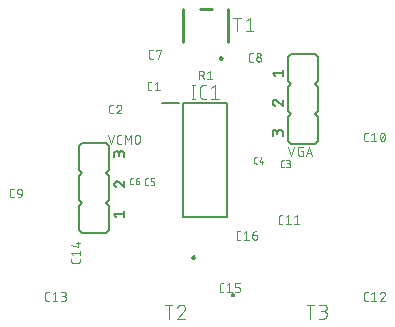
<source format=gbr>
G04 EAGLE Gerber RS-274X export*
G75*
%MOMM*%
%FSLAX34Y34*%
%LPD*%
%INSilkscreen Top*%
%IPPOS*%
%AMOC8*
5,1,8,0,0,1.08239X$1,22.5*%
G01*
%ADD10C,0.200000*%
%ADD11C,0.101600*%
%ADD12C,0.076200*%
%ADD13C,0.050800*%
%ADD14C,0.152400*%
%ADD15C,0.127000*%
%ADD16C,0.250000*%
%ADD17C,0.200000*%


D10*
X161000Y189500D02*
X198000Y189500D01*
X198000Y92500D01*
X161000Y92500D01*
X161000Y189500D01*
X157500Y189000D02*
X142750Y189000D01*
D11*
X169192Y192658D02*
X169192Y204342D01*
X167894Y192658D02*
X170490Y192658D01*
X170490Y204342D02*
X167894Y204342D01*
X177654Y192658D02*
X180250Y192658D01*
X177654Y192658D02*
X177555Y192660D01*
X177455Y192666D01*
X177356Y192675D01*
X177258Y192688D01*
X177160Y192705D01*
X177062Y192726D01*
X176966Y192751D01*
X176871Y192779D01*
X176777Y192811D01*
X176684Y192846D01*
X176592Y192885D01*
X176502Y192928D01*
X176414Y192973D01*
X176327Y193023D01*
X176243Y193075D01*
X176160Y193131D01*
X176080Y193189D01*
X176002Y193251D01*
X175927Y193316D01*
X175854Y193384D01*
X175784Y193454D01*
X175716Y193527D01*
X175651Y193602D01*
X175589Y193680D01*
X175531Y193760D01*
X175475Y193843D01*
X175423Y193927D01*
X175373Y194014D01*
X175328Y194102D01*
X175285Y194192D01*
X175246Y194284D01*
X175211Y194377D01*
X175179Y194471D01*
X175151Y194566D01*
X175126Y194662D01*
X175105Y194760D01*
X175088Y194858D01*
X175075Y194956D01*
X175066Y195055D01*
X175060Y195155D01*
X175058Y195254D01*
X175057Y195254D02*
X175057Y201746D01*
X175058Y201746D02*
X175060Y201845D01*
X175066Y201945D01*
X175075Y202044D01*
X175088Y202142D01*
X175105Y202240D01*
X175126Y202338D01*
X175151Y202434D01*
X175179Y202529D01*
X175211Y202623D01*
X175246Y202716D01*
X175285Y202808D01*
X175328Y202898D01*
X175373Y202986D01*
X175423Y203073D01*
X175475Y203157D01*
X175531Y203240D01*
X175589Y203320D01*
X175651Y203398D01*
X175716Y203473D01*
X175784Y203546D01*
X175854Y203616D01*
X175927Y203684D01*
X176002Y203749D01*
X176080Y203811D01*
X176160Y203869D01*
X176243Y203925D01*
X176327Y203977D01*
X176414Y204027D01*
X176502Y204072D01*
X176592Y204115D01*
X176684Y204154D01*
X176776Y204189D01*
X176871Y204221D01*
X176966Y204249D01*
X177062Y204274D01*
X177160Y204295D01*
X177258Y204312D01*
X177356Y204325D01*
X177455Y204334D01*
X177555Y204340D01*
X177654Y204342D01*
X180250Y204342D01*
X184615Y201746D02*
X187861Y204342D01*
X187861Y192658D01*
X191106Y192658D02*
X184615Y192658D01*
D12*
X133955Y199831D02*
X132318Y199831D01*
X132240Y199833D01*
X132162Y199838D01*
X132085Y199848D01*
X132008Y199861D01*
X131932Y199877D01*
X131857Y199897D01*
X131783Y199921D01*
X131710Y199948D01*
X131638Y199979D01*
X131568Y200013D01*
X131500Y200050D01*
X131433Y200091D01*
X131368Y200135D01*
X131306Y200181D01*
X131246Y200231D01*
X131188Y200283D01*
X131133Y200338D01*
X131081Y200396D01*
X131031Y200456D01*
X130985Y200518D01*
X130941Y200583D01*
X130900Y200650D01*
X130863Y200718D01*
X130829Y200788D01*
X130798Y200860D01*
X130771Y200933D01*
X130747Y201007D01*
X130727Y201082D01*
X130711Y201158D01*
X130698Y201235D01*
X130688Y201312D01*
X130683Y201390D01*
X130681Y201468D01*
X130681Y205560D01*
X130683Y205640D01*
X130689Y205720D01*
X130699Y205800D01*
X130712Y205879D01*
X130730Y205958D01*
X130751Y206035D01*
X130777Y206111D01*
X130806Y206186D01*
X130838Y206260D01*
X130874Y206332D01*
X130914Y206402D01*
X130957Y206469D01*
X131003Y206535D01*
X131053Y206598D01*
X131105Y206659D01*
X131160Y206718D01*
X131219Y206773D01*
X131279Y206825D01*
X131343Y206875D01*
X131409Y206921D01*
X131476Y206964D01*
X131546Y207004D01*
X131618Y207040D01*
X131692Y207072D01*
X131766Y207101D01*
X131843Y207127D01*
X131920Y207148D01*
X131999Y207166D01*
X132078Y207179D01*
X132158Y207189D01*
X132238Y207195D01*
X132318Y207197D01*
X133955Y207197D01*
X136800Y205560D02*
X138846Y207197D01*
X138846Y199831D01*
X136800Y199831D02*
X140892Y199831D01*
X101455Y180331D02*
X99818Y180331D01*
X99740Y180333D01*
X99662Y180338D01*
X99585Y180348D01*
X99508Y180361D01*
X99432Y180377D01*
X99357Y180397D01*
X99283Y180421D01*
X99210Y180448D01*
X99138Y180479D01*
X99068Y180513D01*
X99000Y180550D01*
X98933Y180591D01*
X98868Y180635D01*
X98806Y180681D01*
X98746Y180731D01*
X98688Y180783D01*
X98633Y180838D01*
X98581Y180896D01*
X98531Y180956D01*
X98485Y181018D01*
X98441Y181083D01*
X98400Y181150D01*
X98363Y181218D01*
X98329Y181288D01*
X98298Y181360D01*
X98271Y181433D01*
X98247Y181507D01*
X98227Y181582D01*
X98211Y181658D01*
X98198Y181735D01*
X98188Y181812D01*
X98183Y181890D01*
X98181Y181968D01*
X98181Y186060D01*
X98183Y186140D01*
X98189Y186220D01*
X98199Y186300D01*
X98212Y186379D01*
X98230Y186458D01*
X98251Y186535D01*
X98277Y186611D01*
X98306Y186686D01*
X98338Y186760D01*
X98374Y186832D01*
X98414Y186902D01*
X98457Y186969D01*
X98503Y187035D01*
X98553Y187098D01*
X98605Y187159D01*
X98660Y187218D01*
X98719Y187273D01*
X98779Y187325D01*
X98843Y187375D01*
X98909Y187421D01*
X98976Y187464D01*
X99046Y187504D01*
X99118Y187540D01*
X99192Y187572D01*
X99266Y187601D01*
X99343Y187627D01*
X99420Y187648D01*
X99499Y187666D01*
X99578Y187679D01*
X99658Y187689D01*
X99738Y187695D01*
X99818Y187697D01*
X101455Y187697D01*
X106551Y187698D02*
X106636Y187696D01*
X106721Y187690D01*
X106805Y187680D01*
X106889Y187667D01*
X106973Y187649D01*
X107055Y187628D01*
X107136Y187603D01*
X107216Y187574D01*
X107295Y187541D01*
X107372Y187505D01*
X107447Y187465D01*
X107521Y187422D01*
X107592Y187376D01*
X107661Y187326D01*
X107728Y187273D01*
X107792Y187217D01*
X107853Y187158D01*
X107912Y187097D01*
X107968Y187033D01*
X108021Y186966D01*
X108071Y186897D01*
X108117Y186826D01*
X108160Y186752D01*
X108200Y186677D01*
X108236Y186600D01*
X108269Y186521D01*
X108298Y186441D01*
X108323Y186360D01*
X108344Y186278D01*
X108362Y186194D01*
X108375Y186110D01*
X108385Y186026D01*
X108391Y185941D01*
X108393Y185856D01*
X106551Y187697D02*
X106455Y187695D01*
X106359Y187689D01*
X106264Y187679D01*
X106169Y187666D01*
X106074Y187648D01*
X105981Y187627D01*
X105888Y187602D01*
X105797Y187573D01*
X105706Y187541D01*
X105617Y187505D01*
X105530Y187465D01*
X105444Y187422D01*
X105360Y187376D01*
X105278Y187326D01*
X105198Y187272D01*
X105121Y187216D01*
X105046Y187156D01*
X104973Y187094D01*
X104903Y187028D01*
X104835Y186960D01*
X104770Y186889D01*
X104709Y186816D01*
X104650Y186740D01*
X104594Y186661D01*
X104542Y186581D01*
X104493Y186498D01*
X104447Y186414D01*
X104405Y186328D01*
X104367Y186240D01*
X104332Y186151D01*
X104300Y186060D01*
X107778Y184424D02*
X107838Y184483D01*
X107895Y184545D01*
X107950Y184609D01*
X108001Y184676D01*
X108050Y184745D01*
X108096Y184815D01*
X108139Y184888D01*
X108179Y184962D01*
X108215Y185038D01*
X108248Y185116D01*
X108278Y185195D01*
X108305Y185275D01*
X108328Y185356D01*
X108347Y185438D01*
X108363Y185520D01*
X108376Y185604D01*
X108385Y185688D01*
X108390Y185772D01*
X108392Y185856D01*
X107778Y184423D02*
X104300Y180331D01*
X108392Y180331D01*
D13*
X244796Y134954D02*
X246038Y134954D01*
X244796Y134954D02*
X244726Y134956D01*
X244657Y134962D01*
X244588Y134972D01*
X244520Y134985D01*
X244452Y135003D01*
X244386Y135024D01*
X244321Y135049D01*
X244257Y135077D01*
X244195Y135109D01*
X244135Y135144D01*
X244077Y135183D01*
X244022Y135225D01*
X243968Y135270D01*
X243918Y135318D01*
X243870Y135368D01*
X243825Y135422D01*
X243783Y135477D01*
X243744Y135535D01*
X243709Y135595D01*
X243677Y135657D01*
X243649Y135721D01*
X243624Y135786D01*
X243603Y135852D01*
X243585Y135920D01*
X243572Y135988D01*
X243562Y136057D01*
X243556Y136126D01*
X243554Y136196D01*
X243554Y139300D01*
X243556Y139370D01*
X243562Y139439D01*
X243572Y139508D01*
X243585Y139576D01*
X243603Y139644D01*
X243624Y139710D01*
X243649Y139775D01*
X243677Y139839D01*
X243709Y139901D01*
X243744Y139961D01*
X243783Y140019D01*
X243825Y140074D01*
X243870Y140128D01*
X243918Y140178D01*
X243968Y140226D01*
X244022Y140271D01*
X244077Y140313D01*
X244135Y140352D01*
X244195Y140387D01*
X244257Y140419D01*
X244321Y140447D01*
X244386Y140472D01*
X244452Y140493D01*
X244520Y140511D01*
X244588Y140524D01*
X244657Y140534D01*
X244726Y140540D01*
X244796Y140542D01*
X246038Y140542D01*
X248142Y134954D02*
X249694Y134954D01*
X249771Y134956D01*
X249849Y134962D01*
X249925Y134971D01*
X250002Y134985D01*
X250077Y135002D01*
X250151Y135023D01*
X250225Y135048D01*
X250297Y135076D01*
X250367Y135108D01*
X250436Y135143D01*
X250503Y135182D01*
X250568Y135224D01*
X250631Y135269D01*
X250692Y135317D01*
X250750Y135368D01*
X250805Y135422D01*
X250858Y135479D01*
X250907Y135538D01*
X250954Y135600D01*
X250998Y135664D01*
X251038Y135730D01*
X251075Y135798D01*
X251109Y135868D01*
X251139Y135939D01*
X251165Y136012D01*
X251188Y136086D01*
X251207Y136161D01*
X251222Y136236D01*
X251234Y136313D01*
X251242Y136390D01*
X251246Y136467D01*
X251246Y136545D01*
X251242Y136622D01*
X251234Y136699D01*
X251222Y136776D01*
X251207Y136851D01*
X251188Y136926D01*
X251165Y137000D01*
X251139Y137073D01*
X251109Y137144D01*
X251075Y137214D01*
X251038Y137282D01*
X250998Y137348D01*
X250954Y137412D01*
X250907Y137474D01*
X250858Y137533D01*
X250805Y137590D01*
X250750Y137644D01*
X250692Y137695D01*
X250631Y137743D01*
X250568Y137788D01*
X250503Y137830D01*
X250436Y137869D01*
X250367Y137904D01*
X250297Y137936D01*
X250225Y137964D01*
X250151Y137989D01*
X250077Y138010D01*
X250002Y138027D01*
X249925Y138041D01*
X249849Y138050D01*
X249771Y138056D01*
X249694Y138058D01*
X250005Y140542D02*
X248142Y140542D01*
X250005Y140542D02*
X250075Y140540D01*
X250144Y140534D01*
X250213Y140524D01*
X250281Y140511D01*
X250349Y140493D01*
X250415Y140472D01*
X250480Y140447D01*
X250544Y140419D01*
X250606Y140387D01*
X250666Y140352D01*
X250724Y140313D01*
X250779Y140271D01*
X250833Y140226D01*
X250883Y140178D01*
X250931Y140128D01*
X250976Y140074D01*
X251018Y140019D01*
X251057Y139961D01*
X251092Y139901D01*
X251124Y139839D01*
X251152Y139775D01*
X251177Y139710D01*
X251198Y139644D01*
X251216Y139576D01*
X251229Y139508D01*
X251239Y139439D01*
X251245Y139370D01*
X251247Y139300D01*
X251245Y139230D01*
X251239Y139161D01*
X251229Y139092D01*
X251216Y139024D01*
X251198Y138956D01*
X251177Y138890D01*
X251152Y138825D01*
X251124Y138761D01*
X251092Y138699D01*
X251057Y138639D01*
X251018Y138581D01*
X250976Y138526D01*
X250931Y138472D01*
X250883Y138422D01*
X250833Y138374D01*
X250779Y138329D01*
X250724Y138287D01*
X250666Y138248D01*
X250606Y138213D01*
X250544Y138181D01*
X250480Y138153D01*
X250415Y138128D01*
X250349Y138107D01*
X250281Y138089D01*
X250213Y138076D01*
X250144Y138066D01*
X250075Y138060D01*
X250005Y138058D01*
X248763Y138058D01*
X223538Y137954D02*
X222296Y137954D01*
X222226Y137956D01*
X222157Y137962D01*
X222088Y137972D01*
X222020Y137985D01*
X221952Y138003D01*
X221886Y138024D01*
X221821Y138049D01*
X221757Y138077D01*
X221695Y138109D01*
X221635Y138144D01*
X221577Y138183D01*
X221522Y138225D01*
X221468Y138270D01*
X221418Y138318D01*
X221370Y138368D01*
X221325Y138422D01*
X221283Y138477D01*
X221244Y138535D01*
X221209Y138595D01*
X221177Y138657D01*
X221149Y138721D01*
X221124Y138786D01*
X221103Y138852D01*
X221085Y138920D01*
X221072Y138988D01*
X221062Y139057D01*
X221056Y139126D01*
X221054Y139196D01*
X221054Y142300D01*
X221056Y142370D01*
X221062Y142439D01*
X221072Y142508D01*
X221085Y142576D01*
X221103Y142644D01*
X221124Y142710D01*
X221149Y142775D01*
X221177Y142839D01*
X221209Y142901D01*
X221244Y142961D01*
X221283Y143019D01*
X221325Y143074D01*
X221370Y143128D01*
X221418Y143178D01*
X221468Y143226D01*
X221522Y143271D01*
X221577Y143313D01*
X221635Y143352D01*
X221695Y143387D01*
X221757Y143419D01*
X221821Y143447D01*
X221886Y143472D01*
X221952Y143493D01*
X222020Y143511D01*
X222088Y143524D01*
X222157Y143534D01*
X222226Y143540D01*
X222296Y143542D01*
X223538Y143542D01*
X226884Y143542D02*
X225642Y139196D01*
X228747Y139196D01*
X227815Y140438D02*
X227815Y137954D01*
X131038Y119704D02*
X129796Y119704D01*
X129726Y119706D01*
X129657Y119712D01*
X129588Y119722D01*
X129520Y119735D01*
X129452Y119753D01*
X129386Y119774D01*
X129321Y119799D01*
X129257Y119827D01*
X129195Y119859D01*
X129135Y119894D01*
X129077Y119933D01*
X129022Y119975D01*
X128968Y120020D01*
X128918Y120068D01*
X128870Y120118D01*
X128825Y120172D01*
X128783Y120227D01*
X128744Y120285D01*
X128709Y120345D01*
X128677Y120407D01*
X128649Y120471D01*
X128624Y120536D01*
X128603Y120602D01*
X128585Y120670D01*
X128572Y120738D01*
X128562Y120807D01*
X128556Y120876D01*
X128554Y120946D01*
X128554Y124050D01*
X128556Y124120D01*
X128562Y124189D01*
X128572Y124258D01*
X128585Y124326D01*
X128603Y124394D01*
X128624Y124460D01*
X128649Y124525D01*
X128677Y124589D01*
X128709Y124651D01*
X128744Y124711D01*
X128783Y124769D01*
X128825Y124824D01*
X128870Y124878D01*
X128918Y124928D01*
X128968Y124976D01*
X129022Y125021D01*
X129077Y125063D01*
X129135Y125102D01*
X129195Y125137D01*
X129257Y125169D01*
X129321Y125197D01*
X129386Y125222D01*
X129452Y125243D01*
X129520Y125261D01*
X129588Y125274D01*
X129657Y125284D01*
X129726Y125290D01*
X129796Y125292D01*
X131038Y125292D01*
X133142Y119704D02*
X135005Y119704D01*
X135075Y119706D01*
X135144Y119712D01*
X135213Y119722D01*
X135281Y119735D01*
X135349Y119753D01*
X135415Y119774D01*
X135480Y119799D01*
X135544Y119827D01*
X135606Y119859D01*
X135666Y119894D01*
X135724Y119933D01*
X135779Y119975D01*
X135833Y120020D01*
X135883Y120068D01*
X135931Y120118D01*
X135976Y120172D01*
X136018Y120227D01*
X136057Y120285D01*
X136092Y120345D01*
X136124Y120407D01*
X136152Y120471D01*
X136177Y120536D01*
X136198Y120602D01*
X136216Y120670D01*
X136229Y120738D01*
X136239Y120807D01*
X136245Y120876D01*
X136247Y120946D01*
X136247Y121567D01*
X136245Y121637D01*
X136239Y121706D01*
X136229Y121775D01*
X136216Y121843D01*
X136198Y121911D01*
X136177Y121977D01*
X136152Y122042D01*
X136124Y122106D01*
X136092Y122168D01*
X136057Y122228D01*
X136018Y122286D01*
X135976Y122341D01*
X135931Y122395D01*
X135883Y122445D01*
X135833Y122493D01*
X135779Y122538D01*
X135724Y122580D01*
X135666Y122619D01*
X135606Y122654D01*
X135544Y122686D01*
X135480Y122714D01*
X135415Y122739D01*
X135349Y122760D01*
X135281Y122778D01*
X135213Y122791D01*
X135144Y122801D01*
X135075Y122807D01*
X135005Y122809D01*
X135005Y122808D02*
X133142Y122808D01*
X133142Y125292D01*
X136247Y125292D01*
X118538Y120204D02*
X117296Y120204D01*
X117226Y120206D01*
X117157Y120212D01*
X117088Y120222D01*
X117020Y120235D01*
X116952Y120253D01*
X116886Y120274D01*
X116821Y120299D01*
X116757Y120327D01*
X116695Y120359D01*
X116635Y120394D01*
X116577Y120433D01*
X116522Y120475D01*
X116468Y120520D01*
X116418Y120568D01*
X116370Y120618D01*
X116325Y120672D01*
X116283Y120727D01*
X116244Y120785D01*
X116209Y120845D01*
X116177Y120907D01*
X116149Y120971D01*
X116124Y121036D01*
X116103Y121102D01*
X116085Y121170D01*
X116072Y121238D01*
X116062Y121307D01*
X116056Y121376D01*
X116054Y121446D01*
X116054Y124550D01*
X116056Y124620D01*
X116062Y124689D01*
X116072Y124758D01*
X116085Y124826D01*
X116103Y124894D01*
X116124Y124960D01*
X116149Y125025D01*
X116177Y125089D01*
X116209Y125151D01*
X116244Y125211D01*
X116283Y125269D01*
X116325Y125324D01*
X116370Y125378D01*
X116418Y125428D01*
X116468Y125476D01*
X116522Y125521D01*
X116577Y125563D01*
X116635Y125602D01*
X116695Y125637D01*
X116757Y125669D01*
X116821Y125697D01*
X116886Y125722D01*
X116952Y125743D01*
X117020Y125761D01*
X117088Y125774D01*
X117157Y125784D01*
X117226Y125790D01*
X117296Y125792D01*
X118538Y125792D01*
X120642Y123308D02*
X122505Y123308D01*
X122505Y123309D02*
X122575Y123307D01*
X122644Y123301D01*
X122713Y123291D01*
X122781Y123278D01*
X122849Y123260D01*
X122915Y123239D01*
X122980Y123214D01*
X123044Y123186D01*
X123106Y123154D01*
X123166Y123119D01*
X123224Y123080D01*
X123279Y123038D01*
X123333Y122993D01*
X123383Y122945D01*
X123431Y122895D01*
X123476Y122841D01*
X123518Y122786D01*
X123557Y122728D01*
X123592Y122668D01*
X123624Y122606D01*
X123652Y122542D01*
X123677Y122477D01*
X123698Y122411D01*
X123716Y122343D01*
X123729Y122275D01*
X123739Y122206D01*
X123745Y122137D01*
X123747Y122067D01*
X123747Y121756D01*
X123746Y121756D02*
X123744Y121679D01*
X123738Y121601D01*
X123729Y121525D01*
X123715Y121448D01*
X123698Y121373D01*
X123677Y121299D01*
X123652Y121225D01*
X123624Y121153D01*
X123592Y121083D01*
X123557Y121014D01*
X123518Y120947D01*
X123476Y120882D01*
X123431Y120819D01*
X123383Y120758D01*
X123332Y120700D01*
X123278Y120645D01*
X123221Y120592D01*
X123162Y120543D01*
X123100Y120496D01*
X123036Y120452D01*
X122970Y120412D01*
X122902Y120375D01*
X122832Y120341D01*
X122761Y120311D01*
X122688Y120285D01*
X122614Y120262D01*
X122539Y120243D01*
X122464Y120228D01*
X122387Y120216D01*
X122310Y120208D01*
X122233Y120204D01*
X122155Y120204D01*
X122078Y120208D01*
X122001Y120216D01*
X121924Y120228D01*
X121849Y120243D01*
X121774Y120262D01*
X121700Y120285D01*
X121627Y120311D01*
X121556Y120341D01*
X121486Y120375D01*
X121418Y120412D01*
X121352Y120452D01*
X121288Y120496D01*
X121226Y120543D01*
X121167Y120592D01*
X121110Y120645D01*
X121056Y120700D01*
X121005Y120758D01*
X120957Y120819D01*
X120912Y120882D01*
X120870Y120947D01*
X120831Y121014D01*
X120796Y121083D01*
X120764Y121153D01*
X120736Y121225D01*
X120711Y121299D01*
X120690Y121373D01*
X120673Y121448D01*
X120659Y121525D01*
X120650Y121601D01*
X120644Y121679D01*
X120642Y121756D01*
X120642Y123308D01*
X120644Y123406D01*
X120650Y123503D01*
X120659Y123600D01*
X120673Y123697D01*
X120690Y123793D01*
X120711Y123888D01*
X120735Y123982D01*
X120764Y124076D01*
X120796Y124168D01*
X120831Y124259D01*
X120870Y124348D01*
X120913Y124436D01*
X120959Y124522D01*
X121008Y124606D01*
X121061Y124688D01*
X121116Y124768D01*
X121175Y124846D01*
X121237Y124921D01*
X121302Y124994D01*
X121370Y125064D01*
X121440Y125132D01*
X121513Y125197D01*
X121588Y125259D01*
X121666Y125318D01*
X121746Y125373D01*
X121828Y125426D01*
X121912Y125475D01*
X121998Y125521D01*
X122086Y125564D01*
X122175Y125603D01*
X122266Y125638D01*
X122358Y125670D01*
X122452Y125699D01*
X122546Y125723D01*
X122641Y125744D01*
X122737Y125761D01*
X122834Y125775D01*
X122931Y125784D01*
X123028Y125790D01*
X123126Y125792D01*
D14*
X252340Y230600D02*
X272660Y230600D01*
X275200Y177260D02*
X275200Y156940D01*
X275200Y177260D02*
X272660Y179800D01*
X249800Y177260D02*
X249800Y156940D01*
X249800Y177260D02*
X252340Y179800D01*
X249800Y156940D02*
X252340Y154400D01*
X272660Y154400D02*
X275200Y156940D01*
X272660Y154400D02*
X252340Y154400D01*
X272660Y179800D02*
X275200Y182340D01*
X275200Y202660D01*
X272660Y205200D01*
X275200Y207740D01*
X275200Y228060D02*
X272660Y230600D01*
X275200Y228060D02*
X275200Y207740D01*
X249800Y182340D02*
X252340Y179800D01*
X249800Y202660D02*
X252340Y205200D01*
X249800Y207740D01*
X249800Y228060D02*
X252340Y230600D01*
X249800Y202660D02*
X249800Y182340D01*
X249800Y207740D02*
X249800Y228060D01*
D15*
X236465Y214866D02*
X238384Y212467D01*
X236465Y214866D02*
X245101Y214866D01*
X245101Y212467D02*
X245101Y217265D01*
X238624Y191865D02*
X238532Y191863D01*
X238441Y191857D01*
X238350Y191848D01*
X238259Y191834D01*
X238169Y191817D01*
X238080Y191795D01*
X237992Y191770D01*
X237905Y191742D01*
X237819Y191709D01*
X237735Y191673D01*
X237652Y191634D01*
X237571Y191591D01*
X237492Y191544D01*
X237415Y191495D01*
X237340Y191442D01*
X237268Y191386D01*
X237198Y191327D01*
X237130Y191265D01*
X237065Y191200D01*
X237003Y191132D01*
X236944Y191062D01*
X236888Y190990D01*
X236835Y190915D01*
X236786Y190838D01*
X236739Y190759D01*
X236696Y190678D01*
X236657Y190595D01*
X236621Y190511D01*
X236588Y190425D01*
X236560Y190338D01*
X236535Y190250D01*
X236513Y190161D01*
X236496Y190071D01*
X236482Y189980D01*
X236473Y189889D01*
X236467Y189798D01*
X236465Y189706D01*
X236467Y189603D01*
X236473Y189501D01*
X236482Y189399D01*
X236495Y189297D01*
X236512Y189196D01*
X236533Y189095D01*
X236557Y188996D01*
X236586Y188897D01*
X236617Y188800D01*
X236653Y188703D01*
X236691Y188608D01*
X236734Y188515D01*
X236780Y188423D01*
X236829Y188333D01*
X236881Y188245D01*
X236937Y188158D01*
X236996Y188074D01*
X237057Y187993D01*
X237122Y187913D01*
X237190Y187836D01*
X237261Y187761D01*
X237334Y187690D01*
X237410Y187621D01*
X237488Y187554D01*
X237569Y187491D01*
X237652Y187431D01*
X237737Y187374D01*
X237824Y187320D01*
X237914Y187269D01*
X238005Y187222D01*
X238097Y187178D01*
X238192Y187137D01*
X238287Y187100D01*
X238384Y187067D01*
X240303Y191145D02*
X240237Y191212D01*
X240168Y191276D01*
X240097Y191337D01*
X240023Y191395D01*
X239947Y191450D01*
X239869Y191502D01*
X239789Y191551D01*
X239707Y191597D01*
X239623Y191639D01*
X239537Y191678D01*
X239450Y191713D01*
X239362Y191744D01*
X239272Y191772D01*
X239182Y191797D01*
X239090Y191818D01*
X238998Y191835D01*
X238905Y191848D01*
X238812Y191857D01*
X238718Y191863D01*
X238624Y191865D01*
X240303Y191145D02*
X245101Y187067D01*
X245101Y191865D01*
X245101Y164066D02*
X245101Y161667D01*
X245101Y164066D02*
X245099Y164163D01*
X245093Y164259D01*
X245084Y164355D01*
X245070Y164451D01*
X245053Y164546D01*
X245031Y164640D01*
X245006Y164733D01*
X244978Y164826D01*
X244945Y164917D01*
X244909Y165006D01*
X244869Y165094D01*
X244826Y165181D01*
X244780Y165266D01*
X244730Y165348D01*
X244676Y165429D01*
X244620Y165507D01*
X244560Y165583D01*
X244498Y165657D01*
X244432Y165728D01*
X244364Y165796D01*
X244293Y165862D01*
X244219Y165924D01*
X244143Y165984D01*
X244065Y166040D01*
X243984Y166094D01*
X243902Y166144D01*
X243817Y166190D01*
X243730Y166233D01*
X243642Y166273D01*
X243553Y166309D01*
X243462Y166342D01*
X243369Y166370D01*
X243276Y166395D01*
X243182Y166417D01*
X243087Y166434D01*
X242991Y166448D01*
X242895Y166457D01*
X242799Y166463D01*
X242702Y166465D01*
X242605Y166463D01*
X242509Y166457D01*
X242413Y166448D01*
X242317Y166434D01*
X242222Y166417D01*
X242128Y166395D01*
X242035Y166370D01*
X241942Y166342D01*
X241851Y166309D01*
X241762Y166273D01*
X241674Y166233D01*
X241587Y166190D01*
X241503Y166144D01*
X241420Y166094D01*
X241339Y166040D01*
X241261Y165984D01*
X241185Y165924D01*
X241111Y165862D01*
X241040Y165796D01*
X240972Y165728D01*
X240906Y165657D01*
X240844Y165583D01*
X240784Y165507D01*
X240728Y165429D01*
X240674Y165348D01*
X240624Y165266D01*
X240578Y165181D01*
X240535Y165094D01*
X240495Y165006D01*
X240459Y164917D01*
X240426Y164826D01*
X240398Y164733D01*
X240373Y164640D01*
X240351Y164546D01*
X240334Y164451D01*
X240320Y164355D01*
X240311Y164259D01*
X240305Y164163D01*
X240303Y164066D01*
X236465Y164546D02*
X236465Y161667D01*
X236465Y164546D02*
X236467Y164632D01*
X236473Y164718D01*
X236482Y164804D01*
X236496Y164889D01*
X236513Y164973D01*
X236534Y165057D01*
X236559Y165139D01*
X236587Y165220D01*
X236619Y165300D01*
X236655Y165379D01*
X236694Y165455D01*
X236737Y165530D01*
X236782Y165603D01*
X236831Y165674D01*
X236884Y165742D01*
X236939Y165809D01*
X236997Y165872D01*
X237058Y165933D01*
X237121Y165991D01*
X237188Y166046D01*
X237256Y166099D01*
X237327Y166148D01*
X237400Y166193D01*
X237475Y166236D01*
X237551Y166275D01*
X237630Y166311D01*
X237710Y166343D01*
X237791Y166371D01*
X237873Y166396D01*
X237957Y166417D01*
X238041Y166434D01*
X238126Y166448D01*
X238212Y166457D01*
X238298Y166463D01*
X238384Y166465D01*
X238470Y166463D01*
X238556Y166457D01*
X238642Y166448D01*
X238727Y166434D01*
X238811Y166417D01*
X238895Y166396D01*
X238977Y166371D01*
X239058Y166343D01*
X239138Y166311D01*
X239217Y166275D01*
X239293Y166236D01*
X239368Y166193D01*
X239441Y166148D01*
X239512Y166099D01*
X239580Y166046D01*
X239647Y165991D01*
X239710Y165933D01*
X239771Y165872D01*
X239829Y165809D01*
X239884Y165742D01*
X239937Y165674D01*
X239986Y165603D01*
X240031Y165530D01*
X240074Y165455D01*
X240113Y165379D01*
X240149Y165300D01*
X240181Y165220D01*
X240209Y165139D01*
X240234Y165057D01*
X240255Y164973D01*
X240272Y164889D01*
X240286Y164804D01*
X240295Y164718D01*
X240301Y164632D01*
X240303Y164546D01*
X240303Y162627D01*
D12*
X249821Y152067D02*
X252276Y144701D01*
X254732Y152067D01*
X260654Y148793D02*
X261881Y148793D01*
X261881Y144701D01*
X259426Y144701D01*
X259348Y144703D01*
X259270Y144708D01*
X259193Y144718D01*
X259116Y144731D01*
X259040Y144747D01*
X258965Y144767D01*
X258891Y144791D01*
X258818Y144818D01*
X258746Y144849D01*
X258676Y144883D01*
X258608Y144920D01*
X258541Y144961D01*
X258476Y145005D01*
X258414Y145051D01*
X258354Y145101D01*
X258296Y145153D01*
X258241Y145208D01*
X258189Y145266D01*
X258139Y145326D01*
X258093Y145388D01*
X258049Y145453D01*
X258008Y145520D01*
X257971Y145588D01*
X257937Y145658D01*
X257906Y145730D01*
X257879Y145803D01*
X257855Y145877D01*
X257835Y145952D01*
X257819Y146028D01*
X257806Y146105D01*
X257796Y146182D01*
X257791Y146260D01*
X257789Y146338D01*
X257789Y150430D01*
X257791Y150510D01*
X257797Y150590D01*
X257807Y150670D01*
X257820Y150749D01*
X257838Y150828D01*
X257859Y150905D01*
X257885Y150981D01*
X257914Y151056D01*
X257946Y151130D01*
X257982Y151202D01*
X258022Y151272D01*
X258065Y151339D01*
X258111Y151405D01*
X258161Y151468D01*
X258213Y151529D01*
X258268Y151588D01*
X258327Y151643D01*
X258387Y151695D01*
X258451Y151745D01*
X258517Y151791D01*
X258584Y151834D01*
X258654Y151874D01*
X258726Y151910D01*
X258800Y151942D01*
X258874Y151971D01*
X258951Y151997D01*
X259028Y152018D01*
X259107Y152036D01*
X259186Y152049D01*
X259266Y152059D01*
X259346Y152065D01*
X259426Y152067D01*
X261881Y152067D01*
X267394Y152067D02*
X264939Y144701D01*
X269850Y144701D02*
X267394Y152067D01*
X265553Y146543D02*
X269236Y146543D01*
D14*
X95160Y79400D02*
X74840Y79400D01*
X72300Y132740D02*
X72300Y153060D01*
X72300Y132740D02*
X74840Y130200D01*
X97700Y132740D02*
X97700Y153060D01*
X97700Y132740D02*
X95160Y130200D01*
X97700Y153060D02*
X95160Y155600D01*
X74840Y155600D02*
X72300Y153060D01*
X74840Y155600D02*
X95160Y155600D01*
X74840Y130200D02*
X72300Y127660D01*
X72300Y107340D01*
X74840Y104800D01*
X72300Y102260D01*
X72300Y81940D02*
X74840Y79400D01*
X72300Y81940D02*
X72300Y102260D01*
X97700Y127660D02*
X95160Y130200D01*
X97700Y107340D02*
X95160Y104800D01*
X97700Y102260D01*
X97700Y81940D02*
X95160Y79400D01*
X97700Y107340D02*
X97700Y127660D01*
X97700Y102260D02*
X97700Y81940D01*
D15*
X104318Y92735D02*
X102399Y95134D01*
X111035Y95134D01*
X111035Y92735D02*
X111035Y97533D01*
X102399Y120774D02*
X102401Y120866D01*
X102407Y120957D01*
X102416Y121048D01*
X102430Y121139D01*
X102447Y121229D01*
X102469Y121318D01*
X102494Y121406D01*
X102522Y121493D01*
X102555Y121579D01*
X102591Y121663D01*
X102630Y121746D01*
X102673Y121827D01*
X102720Y121906D01*
X102769Y121983D01*
X102822Y122058D01*
X102878Y122130D01*
X102937Y122200D01*
X102999Y122268D01*
X103064Y122333D01*
X103132Y122395D01*
X103202Y122454D01*
X103274Y122510D01*
X103349Y122563D01*
X103426Y122612D01*
X103505Y122659D01*
X103586Y122702D01*
X103669Y122741D01*
X103753Y122777D01*
X103839Y122810D01*
X103926Y122838D01*
X104014Y122863D01*
X104103Y122885D01*
X104193Y122902D01*
X104284Y122916D01*
X104375Y122925D01*
X104466Y122931D01*
X104558Y122933D01*
X102399Y120774D02*
X102401Y120671D01*
X102407Y120569D01*
X102416Y120467D01*
X102429Y120365D01*
X102446Y120264D01*
X102467Y120163D01*
X102491Y120064D01*
X102520Y119965D01*
X102551Y119868D01*
X102587Y119771D01*
X102625Y119676D01*
X102668Y119583D01*
X102714Y119491D01*
X102763Y119401D01*
X102815Y119313D01*
X102871Y119226D01*
X102930Y119142D01*
X102991Y119061D01*
X103056Y118981D01*
X103124Y118904D01*
X103195Y118829D01*
X103268Y118758D01*
X103344Y118689D01*
X103422Y118622D01*
X103503Y118559D01*
X103586Y118499D01*
X103671Y118442D01*
X103758Y118388D01*
X103848Y118337D01*
X103939Y118290D01*
X104031Y118246D01*
X104126Y118205D01*
X104221Y118168D01*
X104318Y118135D01*
X106237Y122213D02*
X106171Y122280D01*
X106102Y122344D01*
X106031Y122405D01*
X105957Y122463D01*
X105881Y122518D01*
X105803Y122570D01*
X105723Y122619D01*
X105641Y122665D01*
X105557Y122707D01*
X105471Y122746D01*
X105384Y122781D01*
X105296Y122812D01*
X105206Y122840D01*
X105116Y122865D01*
X105024Y122886D01*
X104932Y122903D01*
X104839Y122916D01*
X104746Y122925D01*
X104652Y122931D01*
X104558Y122933D01*
X106237Y122213D02*
X111035Y118135D01*
X111035Y122933D01*
X111035Y143535D02*
X111035Y145934D01*
X111033Y146031D01*
X111027Y146127D01*
X111018Y146223D01*
X111004Y146319D01*
X110987Y146414D01*
X110965Y146508D01*
X110940Y146601D01*
X110912Y146694D01*
X110879Y146785D01*
X110843Y146874D01*
X110803Y146962D01*
X110760Y147049D01*
X110714Y147134D01*
X110664Y147216D01*
X110610Y147297D01*
X110554Y147375D01*
X110494Y147451D01*
X110432Y147525D01*
X110366Y147596D01*
X110298Y147664D01*
X110227Y147730D01*
X110153Y147792D01*
X110077Y147852D01*
X109999Y147908D01*
X109918Y147962D01*
X109836Y148012D01*
X109751Y148058D01*
X109664Y148101D01*
X109576Y148141D01*
X109487Y148177D01*
X109396Y148210D01*
X109303Y148238D01*
X109210Y148263D01*
X109116Y148285D01*
X109021Y148302D01*
X108925Y148316D01*
X108829Y148325D01*
X108733Y148331D01*
X108636Y148333D01*
X108539Y148331D01*
X108443Y148325D01*
X108347Y148316D01*
X108251Y148302D01*
X108156Y148285D01*
X108062Y148263D01*
X107969Y148238D01*
X107876Y148210D01*
X107785Y148177D01*
X107696Y148141D01*
X107608Y148101D01*
X107521Y148058D01*
X107437Y148012D01*
X107354Y147962D01*
X107273Y147908D01*
X107195Y147852D01*
X107119Y147792D01*
X107045Y147730D01*
X106974Y147664D01*
X106906Y147596D01*
X106840Y147525D01*
X106778Y147451D01*
X106718Y147375D01*
X106662Y147297D01*
X106608Y147216D01*
X106558Y147134D01*
X106512Y147049D01*
X106469Y146962D01*
X106429Y146874D01*
X106393Y146785D01*
X106360Y146694D01*
X106332Y146601D01*
X106307Y146508D01*
X106285Y146414D01*
X106268Y146319D01*
X106254Y146223D01*
X106245Y146127D01*
X106239Y146031D01*
X106237Y145934D01*
X102399Y146414D02*
X102399Y143535D01*
X102399Y146414D02*
X102401Y146500D01*
X102407Y146586D01*
X102416Y146672D01*
X102430Y146757D01*
X102447Y146841D01*
X102468Y146925D01*
X102493Y147007D01*
X102521Y147088D01*
X102553Y147168D01*
X102589Y147247D01*
X102628Y147323D01*
X102671Y147398D01*
X102716Y147471D01*
X102765Y147542D01*
X102818Y147610D01*
X102873Y147677D01*
X102931Y147740D01*
X102992Y147801D01*
X103055Y147859D01*
X103122Y147914D01*
X103190Y147967D01*
X103261Y148016D01*
X103334Y148061D01*
X103409Y148104D01*
X103485Y148143D01*
X103564Y148179D01*
X103644Y148211D01*
X103725Y148239D01*
X103807Y148264D01*
X103891Y148285D01*
X103975Y148302D01*
X104060Y148316D01*
X104146Y148325D01*
X104232Y148331D01*
X104318Y148333D01*
X104404Y148331D01*
X104490Y148325D01*
X104576Y148316D01*
X104661Y148302D01*
X104745Y148285D01*
X104829Y148264D01*
X104911Y148239D01*
X104992Y148211D01*
X105072Y148179D01*
X105151Y148143D01*
X105227Y148104D01*
X105302Y148061D01*
X105375Y148016D01*
X105446Y147967D01*
X105514Y147914D01*
X105581Y147859D01*
X105644Y147801D01*
X105705Y147740D01*
X105763Y147677D01*
X105818Y147610D01*
X105871Y147542D01*
X105920Y147471D01*
X105965Y147398D01*
X106008Y147323D01*
X106047Y147247D01*
X106083Y147168D01*
X106115Y147088D01*
X106143Y147007D01*
X106168Y146925D01*
X106189Y146841D01*
X106206Y146757D01*
X106220Y146672D01*
X106229Y146586D01*
X106235Y146500D01*
X106237Y146414D01*
X106237Y144495D01*
D12*
X99776Y154701D02*
X97321Y162067D01*
X102232Y162067D02*
X99776Y154701D01*
X106659Y154701D02*
X108296Y154701D01*
X106659Y154701D02*
X106581Y154703D01*
X106503Y154708D01*
X106426Y154718D01*
X106349Y154731D01*
X106273Y154747D01*
X106198Y154767D01*
X106124Y154791D01*
X106051Y154818D01*
X105979Y154849D01*
X105909Y154883D01*
X105841Y154920D01*
X105774Y154961D01*
X105709Y155005D01*
X105647Y155051D01*
X105587Y155101D01*
X105529Y155153D01*
X105474Y155208D01*
X105422Y155266D01*
X105372Y155326D01*
X105326Y155388D01*
X105282Y155453D01*
X105241Y155520D01*
X105204Y155588D01*
X105170Y155658D01*
X105139Y155730D01*
X105112Y155803D01*
X105088Y155877D01*
X105068Y155952D01*
X105052Y156028D01*
X105039Y156105D01*
X105029Y156182D01*
X105024Y156260D01*
X105022Y156338D01*
X105022Y160430D01*
X105024Y160510D01*
X105030Y160590D01*
X105040Y160670D01*
X105053Y160749D01*
X105071Y160828D01*
X105092Y160905D01*
X105118Y160981D01*
X105147Y161056D01*
X105179Y161130D01*
X105215Y161202D01*
X105255Y161272D01*
X105298Y161339D01*
X105344Y161405D01*
X105394Y161468D01*
X105446Y161529D01*
X105501Y161588D01*
X105560Y161643D01*
X105620Y161695D01*
X105684Y161745D01*
X105750Y161791D01*
X105817Y161834D01*
X105887Y161874D01*
X105959Y161910D01*
X106033Y161942D01*
X106107Y161971D01*
X106184Y161997D01*
X106261Y162018D01*
X106340Y162036D01*
X106419Y162049D01*
X106499Y162059D01*
X106579Y162065D01*
X106659Y162067D01*
X108296Y162067D01*
X111464Y162067D02*
X111464Y154701D01*
X113919Y157975D02*
X111464Y162067D01*
X113919Y157975D02*
X116374Y162067D01*
X116374Y154701D01*
X119920Y156747D02*
X119920Y160021D01*
X119922Y160110D01*
X119928Y160199D01*
X119938Y160288D01*
X119951Y160376D01*
X119968Y160464D01*
X119990Y160551D01*
X120015Y160636D01*
X120043Y160721D01*
X120076Y160804D01*
X120112Y160886D01*
X120151Y160966D01*
X120194Y161044D01*
X120240Y161120D01*
X120290Y161195D01*
X120343Y161267D01*
X120399Y161336D01*
X120458Y161403D01*
X120519Y161468D01*
X120584Y161529D01*
X120651Y161588D01*
X120720Y161644D01*
X120792Y161697D01*
X120867Y161747D01*
X120943Y161793D01*
X121021Y161836D01*
X121101Y161875D01*
X121183Y161911D01*
X121266Y161944D01*
X121351Y161972D01*
X121436Y161997D01*
X121523Y162019D01*
X121611Y162036D01*
X121699Y162049D01*
X121788Y162059D01*
X121877Y162065D01*
X121966Y162067D01*
X122055Y162065D01*
X122144Y162059D01*
X122233Y162049D01*
X122321Y162036D01*
X122409Y162019D01*
X122496Y161997D01*
X122581Y161972D01*
X122666Y161944D01*
X122749Y161911D01*
X122831Y161875D01*
X122911Y161836D01*
X122989Y161793D01*
X123065Y161747D01*
X123140Y161697D01*
X123212Y161644D01*
X123281Y161588D01*
X123348Y161529D01*
X123413Y161468D01*
X123474Y161403D01*
X123533Y161336D01*
X123589Y161267D01*
X123642Y161195D01*
X123692Y161120D01*
X123738Y161044D01*
X123781Y160966D01*
X123820Y160886D01*
X123856Y160804D01*
X123889Y160721D01*
X123917Y160636D01*
X123942Y160551D01*
X123964Y160464D01*
X123981Y160376D01*
X123994Y160288D01*
X124004Y160199D01*
X124010Y160110D01*
X124012Y160021D01*
X124012Y156747D01*
X124010Y156658D01*
X124004Y156569D01*
X123994Y156480D01*
X123981Y156392D01*
X123964Y156304D01*
X123942Y156217D01*
X123917Y156132D01*
X123889Y156047D01*
X123856Y155964D01*
X123820Y155882D01*
X123781Y155802D01*
X123738Y155724D01*
X123692Y155648D01*
X123642Y155573D01*
X123589Y155501D01*
X123533Y155432D01*
X123474Y155365D01*
X123413Y155300D01*
X123348Y155239D01*
X123281Y155180D01*
X123212Y155124D01*
X123140Y155071D01*
X123065Y155021D01*
X122989Y154975D01*
X122911Y154932D01*
X122831Y154893D01*
X122749Y154857D01*
X122666Y154824D01*
X122581Y154796D01*
X122496Y154771D01*
X122409Y154749D01*
X122321Y154732D01*
X122233Y154719D01*
X122144Y154709D01*
X122055Y154703D01*
X121966Y154701D01*
X121877Y154703D01*
X121788Y154709D01*
X121699Y154719D01*
X121611Y154732D01*
X121523Y154749D01*
X121436Y154771D01*
X121351Y154796D01*
X121266Y154824D01*
X121183Y154857D01*
X121101Y154893D01*
X121021Y154932D01*
X120943Y154975D01*
X120867Y155021D01*
X120792Y155071D01*
X120720Y155124D01*
X120651Y155180D01*
X120584Y155239D01*
X120519Y155300D01*
X120458Y155365D01*
X120399Y155432D01*
X120343Y155501D01*
X120290Y155573D01*
X120240Y155648D01*
X120194Y155724D01*
X120151Y155802D01*
X120112Y155882D01*
X120076Y155964D01*
X120043Y156047D01*
X120015Y156132D01*
X119990Y156217D01*
X119968Y156304D01*
X119951Y156392D01*
X119938Y156480D01*
X119928Y156569D01*
X119922Y156658D01*
X119920Y156747D01*
X174031Y209231D02*
X174031Y216597D01*
X176077Y216597D01*
X176166Y216595D01*
X176255Y216589D01*
X176344Y216579D01*
X176432Y216566D01*
X176520Y216549D01*
X176607Y216527D01*
X176692Y216502D01*
X176777Y216474D01*
X176860Y216441D01*
X176942Y216405D01*
X177022Y216366D01*
X177100Y216323D01*
X177176Y216277D01*
X177251Y216227D01*
X177323Y216174D01*
X177392Y216118D01*
X177459Y216059D01*
X177524Y215998D01*
X177585Y215933D01*
X177644Y215866D01*
X177700Y215797D01*
X177753Y215725D01*
X177803Y215650D01*
X177849Y215574D01*
X177892Y215496D01*
X177931Y215416D01*
X177967Y215334D01*
X178000Y215251D01*
X178028Y215166D01*
X178053Y215081D01*
X178075Y214994D01*
X178092Y214906D01*
X178105Y214818D01*
X178115Y214729D01*
X178121Y214640D01*
X178123Y214551D01*
X178121Y214462D01*
X178115Y214373D01*
X178105Y214284D01*
X178092Y214196D01*
X178075Y214108D01*
X178053Y214021D01*
X178028Y213936D01*
X178000Y213851D01*
X177967Y213768D01*
X177931Y213686D01*
X177892Y213606D01*
X177849Y213528D01*
X177803Y213452D01*
X177753Y213377D01*
X177700Y213305D01*
X177644Y213236D01*
X177585Y213169D01*
X177524Y213104D01*
X177459Y213043D01*
X177392Y212984D01*
X177323Y212928D01*
X177251Y212875D01*
X177176Y212825D01*
X177100Y212779D01*
X177022Y212736D01*
X176942Y212697D01*
X176860Y212661D01*
X176777Y212628D01*
X176692Y212600D01*
X176607Y212575D01*
X176520Y212553D01*
X176432Y212536D01*
X176344Y212523D01*
X176255Y212513D01*
X176166Y212507D01*
X176077Y212505D01*
X174031Y212505D01*
X176486Y212505D02*
X178123Y209231D01*
X181295Y214960D02*
X183341Y216597D01*
X183341Y209231D01*
X181295Y209231D02*
X185387Y209231D01*
X134805Y226731D02*
X133168Y226731D01*
X133090Y226733D01*
X133012Y226738D01*
X132935Y226748D01*
X132858Y226761D01*
X132782Y226777D01*
X132707Y226797D01*
X132633Y226821D01*
X132560Y226848D01*
X132488Y226879D01*
X132418Y226913D01*
X132350Y226950D01*
X132283Y226991D01*
X132218Y227035D01*
X132156Y227081D01*
X132096Y227131D01*
X132038Y227183D01*
X131983Y227238D01*
X131931Y227296D01*
X131881Y227356D01*
X131835Y227418D01*
X131791Y227483D01*
X131750Y227550D01*
X131713Y227618D01*
X131679Y227688D01*
X131648Y227760D01*
X131621Y227833D01*
X131597Y227907D01*
X131577Y227982D01*
X131561Y228058D01*
X131548Y228135D01*
X131538Y228212D01*
X131533Y228290D01*
X131531Y228368D01*
X131531Y232460D01*
X131533Y232540D01*
X131539Y232620D01*
X131549Y232700D01*
X131562Y232779D01*
X131580Y232858D01*
X131601Y232935D01*
X131627Y233011D01*
X131656Y233086D01*
X131688Y233160D01*
X131724Y233232D01*
X131764Y233302D01*
X131807Y233369D01*
X131853Y233435D01*
X131903Y233498D01*
X131955Y233559D01*
X132010Y233618D01*
X132069Y233673D01*
X132129Y233725D01*
X132193Y233775D01*
X132259Y233821D01*
X132326Y233864D01*
X132396Y233904D01*
X132468Y233940D01*
X132542Y233972D01*
X132616Y234001D01*
X132693Y234027D01*
X132770Y234048D01*
X132849Y234066D01*
X132928Y234079D01*
X133008Y234089D01*
X133088Y234095D01*
X133168Y234097D01*
X134805Y234097D01*
X137650Y234097D02*
X137650Y233279D01*
X137650Y234097D02*
X141742Y234097D01*
X139696Y226731D01*
X218168Y224231D02*
X219805Y224231D01*
X218168Y224231D02*
X218090Y224233D01*
X218012Y224238D01*
X217935Y224248D01*
X217858Y224261D01*
X217782Y224277D01*
X217707Y224297D01*
X217633Y224321D01*
X217560Y224348D01*
X217488Y224379D01*
X217418Y224413D01*
X217350Y224450D01*
X217283Y224491D01*
X217218Y224535D01*
X217156Y224581D01*
X217096Y224631D01*
X217038Y224683D01*
X216983Y224738D01*
X216931Y224796D01*
X216881Y224856D01*
X216835Y224918D01*
X216791Y224983D01*
X216750Y225050D01*
X216713Y225118D01*
X216679Y225188D01*
X216648Y225260D01*
X216621Y225333D01*
X216597Y225407D01*
X216577Y225482D01*
X216561Y225558D01*
X216548Y225635D01*
X216538Y225712D01*
X216533Y225790D01*
X216531Y225868D01*
X216531Y229960D01*
X216533Y230040D01*
X216539Y230120D01*
X216549Y230200D01*
X216562Y230279D01*
X216580Y230358D01*
X216601Y230435D01*
X216627Y230511D01*
X216656Y230586D01*
X216688Y230660D01*
X216724Y230732D01*
X216764Y230802D01*
X216807Y230869D01*
X216853Y230935D01*
X216903Y230998D01*
X216955Y231059D01*
X217010Y231118D01*
X217069Y231173D01*
X217129Y231225D01*
X217193Y231275D01*
X217259Y231321D01*
X217326Y231364D01*
X217396Y231404D01*
X217468Y231440D01*
X217542Y231472D01*
X217616Y231501D01*
X217693Y231527D01*
X217770Y231548D01*
X217849Y231566D01*
X217928Y231579D01*
X218008Y231589D01*
X218088Y231595D01*
X218168Y231597D01*
X219805Y231597D01*
X222650Y226277D02*
X222652Y226366D01*
X222658Y226455D01*
X222668Y226544D01*
X222681Y226632D01*
X222698Y226720D01*
X222720Y226807D01*
X222745Y226892D01*
X222773Y226977D01*
X222806Y227060D01*
X222842Y227142D01*
X222881Y227222D01*
X222924Y227300D01*
X222970Y227376D01*
X223020Y227451D01*
X223073Y227523D01*
X223129Y227592D01*
X223188Y227659D01*
X223249Y227724D01*
X223314Y227785D01*
X223381Y227844D01*
X223450Y227900D01*
X223522Y227953D01*
X223597Y228003D01*
X223673Y228049D01*
X223751Y228092D01*
X223831Y228131D01*
X223913Y228167D01*
X223996Y228200D01*
X224081Y228228D01*
X224166Y228253D01*
X224253Y228275D01*
X224341Y228292D01*
X224429Y228305D01*
X224518Y228315D01*
X224607Y228321D01*
X224696Y228323D01*
X224785Y228321D01*
X224874Y228315D01*
X224963Y228305D01*
X225051Y228292D01*
X225139Y228275D01*
X225226Y228253D01*
X225311Y228228D01*
X225396Y228200D01*
X225479Y228167D01*
X225561Y228131D01*
X225641Y228092D01*
X225719Y228049D01*
X225795Y228003D01*
X225870Y227953D01*
X225942Y227900D01*
X226011Y227844D01*
X226078Y227785D01*
X226143Y227724D01*
X226204Y227659D01*
X226263Y227592D01*
X226319Y227523D01*
X226372Y227451D01*
X226422Y227376D01*
X226468Y227300D01*
X226511Y227222D01*
X226550Y227142D01*
X226586Y227060D01*
X226619Y226977D01*
X226647Y226892D01*
X226672Y226807D01*
X226694Y226720D01*
X226711Y226632D01*
X226724Y226544D01*
X226734Y226455D01*
X226740Y226366D01*
X226742Y226277D01*
X226740Y226188D01*
X226734Y226099D01*
X226724Y226010D01*
X226711Y225922D01*
X226694Y225834D01*
X226672Y225747D01*
X226647Y225662D01*
X226619Y225577D01*
X226586Y225494D01*
X226550Y225412D01*
X226511Y225332D01*
X226468Y225254D01*
X226422Y225178D01*
X226372Y225103D01*
X226319Y225031D01*
X226263Y224962D01*
X226204Y224895D01*
X226143Y224830D01*
X226078Y224769D01*
X226011Y224710D01*
X225942Y224654D01*
X225870Y224601D01*
X225795Y224551D01*
X225719Y224505D01*
X225641Y224462D01*
X225561Y224423D01*
X225479Y224387D01*
X225396Y224354D01*
X225311Y224326D01*
X225226Y224301D01*
X225139Y224279D01*
X225051Y224262D01*
X224963Y224249D01*
X224874Y224239D01*
X224785Y224233D01*
X224696Y224231D01*
X224607Y224233D01*
X224518Y224239D01*
X224429Y224249D01*
X224341Y224262D01*
X224253Y224279D01*
X224166Y224301D01*
X224081Y224326D01*
X223996Y224354D01*
X223913Y224387D01*
X223831Y224423D01*
X223751Y224462D01*
X223673Y224505D01*
X223597Y224551D01*
X223522Y224601D01*
X223450Y224654D01*
X223381Y224710D01*
X223314Y224769D01*
X223249Y224830D01*
X223188Y224895D01*
X223129Y224962D01*
X223073Y225031D01*
X223020Y225103D01*
X222970Y225178D01*
X222924Y225254D01*
X222881Y225332D01*
X222842Y225412D01*
X222806Y225494D01*
X222773Y225577D01*
X222745Y225662D01*
X222720Y225747D01*
X222698Y225834D01*
X222681Y225922D01*
X222668Y226010D01*
X222658Y226099D01*
X222652Y226188D01*
X222650Y226277D01*
X223059Y229960D02*
X223061Y230039D01*
X223067Y230118D01*
X223076Y230197D01*
X223089Y230275D01*
X223107Y230352D01*
X223127Y230428D01*
X223152Y230503D01*
X223180Y230577D01*
X223211Y230650D01*
X223247Y230721D01*
X223285Y230790D01*
X223327Y230857D01*
X223372Y230922D01*
X223420Y230985D01*
X223471Y231046D01*
X223525Y231103D01*
X223581Y231159D01*
X223640Y231211D01*
X223702Y231261D01*
X223766Y231307D01*
X223832Y231351D01*
X223900Y231391D01*
X223970Y231427D01*
X224042Y231461D01*
X224116Y231491D01*
X224190Y231517D01*
X224266Y231540D01*
X224343Y231558D01*
X224420Y231574D01*
X224499Y231585D01*
X224577Y231593D01*
X224656Y231597D01*
X224736Y231597D01*
X224815Y231593D01*
X224893Y231585D01*
X224972Y231574D01*
X225049Y231558D01*
X225126Y231540D01*
X225202Y231517D01*
X225276Y231491D01*
X225350Y231461D01*
X225422Y231427D01*
X225492Y231391D01*
X225560Y231351D01*
X225626Y231307D01*
X225690Y231261D01*
X225752Y231211D01*
X225811Y231159D01*
X225867Y231103D01*
X225921Y231046D01*
X225972Y230985D01*
X226020Y230922D01*
X226065Y230857D01*
X226107Y230790D01*
X226145Y230721D01*
X226181Y230650D01*
X226212Y230577D01*
X226240Y230503D01*
X226265Y230428D01*
X226285Y230352D01*
X226303Y230275D01*
X226316Y230197D01*
X226325Y230118D01*
X226331Y230039D01*
X226333Y229960D01*
X226331Y229881D01*
X226325Y229802D01*
X226316Y229723D01*
X226303Y229645D01*
X226285Y229568D01*
X226265Y229492D01*
X226240Y229417D01*
X226212Y229343D01*
X226181Y229270D01*
X226145Y229199D01*
X226107Y229130D01*
X226065Y229063D01*
X226020Y228998D01*
X225972Y228935D01*
X225921Y228874D01*
X225867Y228817D01*
X225811Y228761D01*
X225752Y228709D01*
X225690Y228659D01*
X225626Y228613D01*
X225560Y228569D01*
X225492Y228529D01*
X225422Y228493D01*
X225350Y228459D01*
X225276Y228429D01*
X225202Y228403D01*
X225126Y228380D01*
X225049Y228362D01*
X224972Y228346D01*
X224893Y228335D01*
X224815Y228327D01*
X224736Y228323D01*
X224656Y228323D01*
X224577Y228327D01*
X224499Y228335D01*
X224420Y228346D01*
X224343Y228362D01*
X224266Y228380D01*
X224190Y228403D01*
X224116Y228429D01*
X224042Y228459D01*
X223970Y228493D01*
X223900Y228529D01*
X223832Y228569D01*
X223766Y228613D01*
X223702Y228659D01*
X223640Y228709D01*
X223581Y228761D01*
X223525Y228817D01*
X223471Y228874D01*
X223420Y228935D01*
X223372Y228998D01*
X223327Y229063D01*
X223285Y229130D01*
X223247Y229199D01*
X223211Y229270D01*
X223180Y229343D01*
X223152Y229417D01*
X223127Y229492D01*
X223107Y229568D01*
X223089Y229645D01*
X223076Y229723D01*
X223067Y229802D01*
X223061Y229881D01*
X223059Y229960D01*
D16*
X199050Y241050D02*
X199050Y268950D01*
X160950Y268950D02*
X160950Y241050D01*
X175000Y268950D02*
X185000Y268950D01*
X192060Y227240D02*
X192062Y227290D01*
X192068Y227340D01*
X192078Y227389D01*
X192091Y227438D01*
X192109Y227485D01*
X192130Y227531D01*
X192154Y227574D01*
X192182Y227616D01*
X192213Y227656D01*
X192247Y227693D01*
X192284Y227727D01*
X192324Y227758D01*
X192366Y227786D01*
X192409Y227810D01*
X192455Y227831D01*
X192502Y227849D01*
X192551Y227862D01*
X192600Y227872D01*
X192650Y227878D01*
X192700Y227880D01*
X192750Y227878D01*
X192800Y227872D01*
X192849Y227862D01*
X192898Y227849D01*
X192945Y227831D01*
X192991Y227810D01*
X193034Y227786D01*
X193076Y227758D01*
X193116Y227727D01*
X193153Y227693D01*
X193187Y227656D01*
X193218Y227616D01*
X193246Y227574D01*
X193270Y227531D01*
X193291Y227485D01*
X193309Y227438D01*
X193322Y227389D01*
X193332Y227340D01*
X193338Y227290D01*
X193340Y227240D01*
X193338Y227190D01*
X193332Y227140D01*
X193322Y227091D01*
X193309Y227042D01*
X193291Y226995D01*
X193270Y226949D01*
X193246Y226906D01*
X193218Y226864D01*
X193187Y226824D01*
X193153Y226787D01*
X193116Y226753D01*
X193076Y226722D01*
X193034Y226694D01*
X192991Y226670D01*
X192945Y226649D01*
X192898Y226631D01*
X192849Y226618D01*
X192800Y226608D01*
X192750Y226602D01*
X192700Y226600D01*
X192650Y226602D01*
X192600Y226608D01*
X192551Y226618D01*
X192502Y226631D01*
X192455Y226649D01*
X192409Y226670D01*
X192366Y226694D01*
X192324Y226722D01*
X192284Y226753D01*
X192247Y226787D01*
X192213Y226824D01*
X192182Y226864D01*
X192154Y226906D01*
X192130Y226949D01*
X192109Y226995D01*
X192091Y227042D01*
X192078Y227091D01*
X192068Y227140D01*
X192062Y227190D01*
X192060Y227240D01*
D11*
X206389Y249771D02*
X206389Y261455D01*
X209634Y261455D02*
X203143Y261455D01*
X213811Y258859D02*
X217057Y261455D01*
X217057Y249771D01*
X220302Y249771D02*
X213811Y249771D01*
D12*
X17305Y109231D02*
X15668Y109231D01*
X15590Y109233D01*
X15512Y109238D01*
X15435Y109248D01*
X15358Y109261D01*
X15282Y109277D01*
X15207Y109297D01*
X15133Y109321D01*
X15060Y109348D01*
X14988Y109379D01*
X14918Y109413D01*
X14849Y109450D01*
X14783Y109491D01*
X14718Y109535D01*
X14656Y109581D01*
X14596Y109631D01*
X14538Y109683D01*
X14483Y109738D01*
X14431Y109796D01*
X14381Y109856D01*
X14335Y109918D01*
X14291Y109983D01*
X14250Y110050D01*
X14213Y110118D01*
X14179Y110188D01*
X14148Y110260D01*
X14121Y110333D01*
X14097Y110407D01*
X14077Y110482D01*
X14061Y110558D01*
X14048Y110635D01*
X14038Y110712D01*
X14033Y110790D01*
X14031Y110868D01*
X14031Y114960D01*
X14033Y115040D01*
X14039Y115120D01*
X14049Y115200D01*
X14062Y115279D01*
X14080Y115358D01*
X14101Y115435D01*
X14127Y115511D01*
X14156Y115586D01*
X14188Y115660D01*
X14224Y115732D01*
X14264Y115802D01*
X14307Y115869D01*
X14353Y115935D01*
X14403Y115998D01*
X14455Y116059D01*
X14510Y116118D01*
X14569Y116173D01*
X14629Y116225D01*
X14693Y116275D01*
X14759Y116321D01*
X14826Y116364D01*
X14896Y116404D01*
X14968Y116440D01*
X15042Y116472D01*
X15116Y116501D01*
X15193Y116527D01*
X15270Y116548D01*
X15349Y116566D01*
X15428Y116579D01*
X15508Y116589D01*
X15588Y116595D01*
X15668Y116597D01*
X17305Y116597D01*
X21787Y112505D02*
X24242Y112505D01*
X21787Y112505D02*
X21709Y112507D01*
X21631Y112512D01*
X21554Y112522D01*
X21477Y112535D01*
X21401Y112551D01*
X21326Y112571D01*
X21252Y112595D01*
X21179Y112622D01*
X21107Y112653D01*
X21037Y112687D01*
X20968Y112724D01*
X20902Y112765D01*
X20837Y112809D01*
X20775Y112855D01*
X20715Y112905D01*
X20657Y112957D01*
X20602Y113012D01*
X20550Y113070D01*
X20500Y113130D01*
X20454Y113192D01*
X20410Y113257D01*
X20369Y113324D01*
X20332Y113392D01*
X20298Y113462D01*
X20267Y113534D01*
X20240Y113607D01*
X20216Y113681D01*
X20196Y113756D01*
X20180Y113832D01*
X20167Y113909D01*
X20157Y113986D01*
X20152Y114064D01*
X20150Y114142D01*
X20150Y114551D01*
X20152Y114640D01*
X20158Y114729D01*
X20168Y114818D01*
X20181Y114906D01*
X20198Y114994D01*
X20220Y115081D01*
X20245Y115166D01*
X20273Y115251D01*
X20306Y115334D01*
X20342Y115416D01*
X20381Y115496D01*
X20424Y115574D01*
X20470Y115650D01*
X20520Y115725D01*
X20573Y115797D01*
X20629Y115866D01*
X20688Y115933D01*
X20749Y115998D01*
X20814Y116059D01*
X20881Y116118D01*
X20950Y116174D01*
X21022Y116227D01*
X21097Y116277D01*
X21173Y116323D01*
X21251Y116366D01*
X21331Y116405D01*
X21413Y116441D01*
X21496Y116474D01*
X21581Y116502D01*
X21666Y116527D01*
X21753Y116549D01*
X21841Y116566D01*
X21929Y116579D01*
X22018Y116589D01*
X22107Y116595D01*
X22196Y116597D01*
X22285Y116595D01*
X22374Y116589D01*
X22463Y116579D01*
X22551Y116566D01*
X22639Y116549D01*
X22726Y116527D01*
X22811Y116502D01*
X22896Y116474D01*
X22979Y116441D01*
X23061Y116405D01*
X23141Y116366D01*
X23219Y116323D01*
X23295Y116277D01*
X23370Y116227D01*
X23442Y116174D01*
X23511Y116118D01*
X23578Y116059D01*
X23643Y115998D01*
X23704Y115933D01*
X23763Y115866D01*
X23819Y115797D01*
X23872Y115725D01*
X23922Y115650D01*
X23968Y115574D01*
X24011Y115496D01*
X24050Y115416D01*
X24086Y115334D01*
X24119Y115251D01*
X24147Y115166D01*
X24172Y115081D01*
X24194Y114994D01*
X24211Y114906D01*
X24224Y114818D01*
X24234Y114729D01*
X24240Y114640D01*
X24242Y114551D01*
X24242Y112505D01*
X24243Y112505D02*
X24241Y112393D01*
X24235Y112282D01*
X24226Y112170D01*
X24213Y112059D01*
X24195Y111949D01*
X24175Y111839D01*
X24150Y111730D01*
X24122Y111622D01*
X24090Y111515D01*
X24054Y111409D01*
X24015Y111304D01*
X23972Y111201D01*
X23926Y111099D01*
X23876Y110999D01*
X23823Y110900D01*
X23766Y110804D01*
X23707Y110709D01*
X23644Y110617D01*
X23578Y110527D01*
X23509Y110439D01*
X23437Y110353D01*
X23362Y110270D01*
X23284Y110190D01*
X23204Y110112D01*
X23121Y110037D01*
X23035Y109965D01*
X22947Y109896D01*
X22857Y109830D01*
X22765Y109767D01*
X22670Y109708D01*
X22574Y109651D01*
X22475Y109598D01*
X22375Y109548D01*
X22273Y109502D01*
X22170Y109459D01*
X22065Y109420D01*
X21959Y109384D01*
X21852Y109352D01*
X21744Y109324D01*
X21635Y109299D01*
X21525Y109279D01*
X21415Y109261D01*
X21304Y109248D01*
X21192Y109239D01*
X21081Y109233D01*
X20969Y109231D01*
X315668Y156731D02*
X317305Y156731D01*
X315668Y156731D02*
X315590Y156733D01*
X315512Y156738D01*
X315435Y156748D01*
X315358Y156761D01*
X315282Y156777D01*
X315207Y156797D01*
X315133Y156821D01*
X315060Y156848D01*
X314988Y156879D01*
X314918Y156913D01*
X314850Y156950D01*
X314783Y156991D01*
X314718Y157035D01*
X314656Y157081D01*
X314596Y157131D01*
X314538Y157183D01*
X314483Y157238D01*
X314431Y157296D01*
X314381Y157356D01*
X314335Y157418D01*
X314291Y157483D01*
X314250Y157550D01*
X314213Y157618D01*
X314179Y157688D01*
X314148Y157760D01*
X314121Y157833D01*
X314097Y157907D01*
X314077Y157982D01*
X314061Y158058D01*
X314048Y158135D01*
X314038Y158212D01*
X314033Y158290D01*
X314031Y158368D01*
X314031Y162460D01*
X314033Y162540D01*
X314039Y162620D01*
X314049Y162700D01*
X314062Y162779D01*
X314080Y162858D01*
X314101Y162935D01*
X314127Y163011D01*
X314156Y163086D01*
X314188Y163160D01*
X314224Y163232D01*
X314264Y163302D01*
X314307Y163369D01*
X314353Y163435D01*
X314403Y163498D01*
X314455Y163559D01*
X314510Y163618D01*
X314569Y163673D01*
X314629Y163725D01*
X314693Y163775D01*
X314759Y163821D01*
X314826Y163864D01*
X314896Y163904D01*
X314968Y163940D01*
X315042Y163972D01*
X315116Y164001D01*
X315193Y164027D01*
X315270Y164048D01*
X315349Y164066D01*
X315428Y164079D01*
X315508Y164089D01*
X315588Y164095D01*
X315668Y164097D01*
X317305Y164097D01*
X320150Y162460D02*
X322196Y164097D01*
X322196Y156731D01*
X320150Y156731D02*
X324242Y156731D01*
X327466Y160414D02*
X327468Y160567D01*
X327474Y160720D01*
X327483Y160872D01*
X327497Y161025D01*
X327514Y161177D01*
X327535Y161328D01*
X327560Y161479D01*
X327589Y161629D01*
X327621Y161779D01*
X327658Y161927D01*
X327698Y162075D01*
X327741Y162222D01*
X327789Y162367D01*
X327840Y162511D01*
X327894Y162654D01*
X327953Y162796D01*
X328014Y162935D01*
X328080Y163074D01*
X328079Y163074D02*
X328105Y163144D01*
X328135Y163214D01*
X328168Y163281D01*
X328204Y163347D01*
X328243Y163411D01*
X328286Y163473D01*
X328332Y163532D01*
X328380Y163590D01*
X328431Y163644D01*
X328485Y163697D01*
X328542Y163746D01*
X328601Y163793D01*
X328662Y163836D01*
X328725Y163877D01*
X328790Y163914D01*
X328857Y163949D01*
X328926Y163979D01*
X328996Y164007D01*
X329067Y164030D01*
X329139Y164051D01*
X329212Y164067D01*
X329286Y164080D01*
X329361Y164090D01*
X329436Y164095D01*
X329511Y164097D01*
X329586Y164095D01*
X329661Y164090D01*
X329736Y164080D01*
X329810Y164067D01*
X329883Y164051D01*
X329955Y164030D01*
X330026Y164007D01*
X330096Y163979D01*
X330165Y163949D01*
X330232Y163914D01*
X330297Y163877D01*
X330360Y163836D01*
X330421Y163793D01*
X330480Y163746D01*
X330537Y163697D01*
X330591Y163644D01*
X330642Y163590D01*
X330691Y163532D01*
X330736Y163473D01*
X330779Y163411D01*
X330818Y163347D01*
X330855Y163281D01*
X330887Y163213D01*
X330917Y163144D01*
X330943Y163074D01*
X331008Y162936D01*
X331070Y162796D01*
X331128Y162654D01*
X331183Y162511D01*
X331234Y162367D01*
X331282Y162222D01*
X331325Y162075D01*
X331365Y161928D01*
X331402Y161779D01*
X331434Y161629D01*
X331463Y161479D01*
X331488Y161328D01*
X331509Y161177D01*
X331526Y161025D01*
X331540Y160872D01*
X331549Y160720D01*
X331555Y160567D01*
X331557Y160414D01*
X327465Y160414D02*
X327467Y160261D01*
X327473Y160108D01*
X327482Y159955D01*
X327496Y159803D01*
X327513Y159651D01*
X327534Y159500D01*
X327559Y159349D01*
X327588Y159198D01*
X327620Y159049D01*
X327657Y158900D01*
X327697Y158753D01*
X327740Y158606D01*
X327788Y158461D01*
X327839Y158316D01*
X327894Y158174D01*
X327952Y158032D01*
X328014Y157892D01*
X328079Y157754D01*
X328105Y157683D01*
X328135Y157614D01*
X328168Y157547D01*
X328204Y157481D01*
X328243Y157417D01*
X328286Y157355D01*
X328332Y157296D01*
X328380Y157238D01*
X328431Y157184D01*
X328485Y157131D01*
X328542Y157082D01*
X328601Y157035D01*
X328662Y156992D01*
X328725Y156951D01*
X328790Y156914D01*
X328857Y156879D01*
X328926Y156849D01*
X328996Y156821D01*
X329067Y156798D01*
X329139Y156777D01*
X329212Y156761D01*
X329286Y156748D01*
X329361Y156738D01*
X329436Y156733D01*
X329511Y156731D01*
X330943Y157754D02*
X331008Y157892D01*
X331070Y158032D01*
X331128Y158174D01*
X331183Y158317D01*
X331234Y158461D01*
X331282Y158606D01*
X331325Y158753D01*
X331365Y158901D01*
X331402Y159049D01*
X331434Y159199D01*
X331463Y159349D01*
X331488Y159500D01*
X331509Y159651D01*
X331526Y159803D01*
X331540Y159956D01*
X331549Y160108D01*
X331555Y160261D01*
X331557Y160414D01*
X330943Y157754D02*
X330917Y157684D01*
X330887Y157614D01*
X330855Y157547D01*
X330818Y157481D01*
X330779Y157417D01*
X330736Y157355D01*
X330690Y157296D01*
X330642Y157238D01*
X330591Y157184D01*
X330537Y157131D01*
X330480Y157082D01*
X330421Y157035D01*
X330360Y156992D01*
X330297Y156951D01*
X330232Y156914D01*
X330165Y156879D01*
X330096Y156849D01*
X330026Y156821D01*
X329955Y156798D01*
X329883Y156777D01*
X329810Y156761D01*
X329736Y156748D01*
X329661Y156738D01*
X329586Y156733D01*
X329511Y156731D01*
X327875Y158368D02*
X331148Y162460D01*
D17*
X169600Y57500D03*
D10*
X169662Y57502D01*
X169723Y57508D01*
X169784Y57517D01*
X169844Y57530D01*
X169903Y57547D01*
X169961Y57568D01*
X170018Y57592D01*
X170073Y57619D01*
X170126Y57650D01*
X170178Y57684D01*
X170227Y57721D01*
X170274Y57761D01*
X170318Y57804D01*
X170359Y57849D01*
X170398Y57897D01*
X170434Y57948D01*
X170466Y58000D01*
X170495Y58054D01*
X170521Y58110D01*
X170543Y58168D01*
X170562Y58226D01*
X170577Y58286D01*
X170588Y58347D01*
X170596Y58408D01*
X170600Y58469D01*
X170600Y58531D01*
X170596Y58592D01*
X170588Y58653D01*
X170577Y58714D01*
X170562Y58774D01*
X170543Y58832D01*
X170521Y58890D01*
X170495Y58946D01*
X170466Y59000D01*
X170434Y59052D01*
X170398Y59103D01*
X170359Y59151D01*
X170318Y59196D01*
X170274Y59239D01*
X170227Y59279D01*
X170178Y59316D01*
X170126Y59350D01*
X170073Y59381D01*
X170018Y59408D01*
X169961Y59432D01*
X169903Y59453D01*
X169844Y59470D01*
X169784Y59483D01*
X169723Y59492D01*
X169662Y59498D01*
X169600Y59500D01*
D17*
X169600Y59500D03*
D10*
X169538Y59498D01*
X169477Y59492D01*
X169416Y59483D01*
X169356Y59470D01*
X169297Y59453D01*
X169239Y59432D01*
X169182Y59408D01*
X169127Y59381D01*
X169074Y59350D01*
X169022Y59316D01*
X168973Y59279D01*
X168926Y59239D01*
X168882Y59196D01*
X168841Y59151D01*
X168802Y59103D01*
X168766Y59052D01*
X168734Y59000D01*
X168705Y58946D01*
X168679Y58890D01*
X168657Y58832D01*
X168638Y58774D01*
X168623Y58714D01*
X168612Y58653D01*
X168604Y58592D01*
X168600Y58531D01*
X168600Y58469D01*
X168604Y58408D01*
X168612Y58347D01*
X168623Y58286D01*
X168638Y58226D01*
X168657Y58168D01*
X168679Y58110D01*
X168705Y58054D01*
X168734Y58000D01*
X168766Y57948D01*
X168802Y57897D01*
X168841Y57849D01*
X168882Y57804D01*
X168926Y57761D01*
X168973Y57721D01*
X169022Y57684D01*
X169074Y57650D01*
X169127Y57619D01*
X169182Y57592D01*
X169239Y57568D01*
X169297Y57547D01*
X169356Y57530D01*
X169416Y57517D01*
X169477Y57508D01*
X169538Y57502D01*
X169600Y57500D01*
D11*
X148386Y18342D02*
X148386Y6658D01*
X145140Y18342D02*
X151632Y18342D01*
X159379Y18342D02*
X159486Y18340D01*
X159592Y18334D01*
X159698Y18324D01*
X159804Y18311D01*
X159910Y18293D01*
X160014Y18272D01*
X160118Y18247D01*
X160221Y18218D01*
X160322Y18186D01*
X160422Y18149D01*
X160521Y18109D01*
X160619Y18066D01*
X160715Y18019D01*
X160809Y17968D01*
X160901Y17914D01*
X160991Y17857D01*
X161079Y17797D01*
X161164Y17733D01*
X161247Y17666D01*
X161328Y17596D01*
X161406Y17524D01*
X161482Y17448D01*
X161554Y17370D01*
X161624Y17289D01*
X161691Y17206D01*
X161755Y17121D01*
X161815Y17033D01*
X161872Y16943D01*
X161926Y16851D01*
X161977Y16757D01*
X162024Y16661D01*
X162067Y16563D01*
X162107Y16464D01*
X162144Y16364D01*
X162176Y16263D01*
X162205Y16160D01*
X162230Y16056D01*
X162251Y15952D01*
X162269Y15846D01*
X162282Y15740D01*
X162292Y15634D01*
X162298Y15528D01*
X162300Y15421D01*
X159379Y18342D02*
X159258Y18340D01*
X159137Y18334D01*
X159017Y18324D01*
X158896Y18311D01*
X158777Y18293D01*
X158657Y18272D01*
X158539Y18247D01*
X158422Y18218D01*
X158305Y18185D01*
X158190Y18149D01*
X158076Y18108D01*
X157963Y18065D01*
X157851Y18017D01*
X157742Y17966D01*
X157634Y17911D01*
X157527Y17853D01*
X157423Y17792D01*
X157321Y17727D01*
X157221Y17659D01*
X157123Y17588D01*
X157027Y17514D01*
X156934Y17437D01*
X156844Y17356D01*
X156756Y17273D01*
X156671Y17187D01*
X156588Y17098D01*
X156509Y17007D01*
X156432Y16913D01*
X156359Y16817D01*
X156289Y16719D01*
X156222Y16618D01*
X156158Y16515D01*
X156098Y16410D01*
X156041Y16303D01*
X155987Y16195D01*
X155937Y16085D01*
X155891Y15973D01*
X155848Y15860D01*
X155809Y15745D01*
X161326Y13149D02*
X161405Y13226D01*
X161481Y13307D01*
X161554Y13390D01*
X161624Y13475D01*
X161691Y13563D01*
X161755Y13653D01*
X161815Y13745D01*
X161872Y13840D01*
X161926Y13936D01*
X161977Y14034D01*
X162024Y14134D01*
X162068Y14236D01*
X162108Y14339D01*
X162144Y14443D01*
X162176Y14549D01*
X162205Y14655D01*
X162230Y14763D01*
X162252Y14871D01*
X162269Y14981D01*
X162283Y15090D01*
X162292Y15200D01*
X162298Y15311D01*
X162300Y15421D01*
X161326Y13149D02*
X155808Y6658D01*
X162300Y6658D01*
D12*
X47305Y21731D02*
X45668Y21731D01*
X45590Y21733D01*
X45512Y21738D01*
X45435Y21748D01*
X45358Y21761D01*
X45282Y21777D01*
X45207Y21797D01*
X45133Y21821D01*
X45060Y21848D01*
X44988Y21879D01*
X44918Y21913D01*
X44850Y21950D01*
X44783Y21991D01*
X44718Y22035D01*
X44656Y22081D01*
X44596Y22131D01*
X44538Y22183D01*
X44483Y22238D01*
X44431Y22296D01*
X44381Y22356D01*
X44335Y22418D01*
X44291Y22483D01*
X44250Y22550D01*
X44213Y22618D01*
X44179Y22688D01*
X44148Y22760D01*
X44121Y22833D01*
X44097Y22907D01*
X44077Y22982D01*
X44061Y23058D01*
X44048Y23135D01*
X44038Y23212D01*
X44033Y23290D01*
X44031Y23368D01*
X44031Y27460D01*
X44033Y27540D01*
X44039Y27620D01*
X44049Y27700D01*
X44062Y27779D01*
X44080Y27858D01*
X44101Y27935D01*
X44127Y28011D01*
X44156Y28086D01*
X44188Y28160D01*
X44224Y28232D01*
X44264Y28302D01*
X44307Y28369D01*
X44353Y28435D01*
X44403Y28498D01*
X44455Y28559D01*
X44510Y28618D01*
X44569Y28673D01*
X44629Y28725D01*
X44693Y28775D01*
X44759Y28821D01*
X44826Y28864D01*
X44896Y28904D01*
X44968Y28940D01*
X45042Y28972D01*
X45116Y29001D01*
X45193Y29027D01*
X45270Y29048D01*
X45349Y29066D01*
X45428Y29079D01*
X45508Y29089D01*
X45588Y29095D01*
X45668Y29097D01*
X47305Y29097D01*
X50150Y27460D02*
X52196Y29097D01*
X52196Y21731D01*
X50150Y21731D02*
X54242Y21731D01*
X57465Y21731D02*
X59511Y21731D01*
X59600Y21733D01*
X59689Y21739D01*
X59778Y21749D01*
X59866Y21762D01*
X59954Y21779D01*
X60041Y21801D01*
X60126Y21826D01*
X60211Y21854D01*
X60294Y21887D01*
X60376Y21923D01*
X60456Y21962D01*
X60534Y22005D01*
X60610Y22051D01*
X60685Y22101D01*
X60757Y22154D01*
X60826Y22210D01*
X60893Y22269D01*
X60958Y22330D01*
X61019Y22395D01*
X61078Y22462D01*
X61134Y22531D01*
X61187Y22603D01*
X61237Y22678D01*
X61283Y22754D01*
X61326Y22832D01*
X61365Y22912D01*
X61401Y22994D01*
X61434Y23077D01*
X61462Y23162D01*
X61487Y23247D01*
X61509Y23334D01*
X61526Y23422D01*
X61539Y23510D01*
X61549Y23599D01*
X61555Y23688D01*
X61557Y23777D01*
X61555Y23866D01*
X61549Y23955D01*
X61539Y24044D01*
X61526Y24132D01*
X61509Y24220D01*
X61487Y24307D01*
X61462Y24392D01*
X61434Y24477D01*
X61401Y24560D01*
X61365Y24642D01*
X61326Y24722D01*
X61283Y24800D01*
X61237Y24876D01*
X61187Y24951D01*
X61134Y25023D01*
X61078Y25092D01*
X61019Y25159D01*
X60958Y25224D01*
X60893Y25285D01*
X60826Y25344D01*
X60757Y25400D01*
X60685Y25453D01*
X60610Y25503D01*
X60534Y25549D01*
X60456Y25592D01*
X60376Y25631D01*
X60294Y25667D01*
X60211Y25700D01*
X60126Y25728D01*
X60041Y25753D01*
X59954Y25775D01*
X59866Y25792D01*
X59778Y25805D01*
X59689Y25815D01*
X59600Y25821D01*
X59511Y25823D01*
X59921Y29097D02*
X57465Y29097D01*
X59921Y29097D02*
X60000Y29095D01*
X60079Y29089D01*
X60158Y29080D01*
X60236Y29067D01*
X60313Y29049D01*
X60389Y29029D01*
X60464Y29004D01*
X60538Y28976D01*
X60611Y28945D01*
X60682Y28909D01*
X60751Y28871D01*
X60818Y28829D01*
X60883Y28784D01*
X60946Y28736D01*
X61007Y28685D01*
X61064Y28631D01*
X61120Y28575D01*
X61172Y28516D01*
X61222Y28454D01*
X61268Y28390D01*
X61312Y28324D01*
X61352Y28256D01*
X61388Y28186D01*
X61422Y28114D01*
X61452Y28040D01*
X61478Y27966D01*
X61501Y27890D01*
X61519Y27813D01*
X61535Y27736D01*
X61546Y27657D01*
X61554Y27579D01*
X61558Y27500D01*
X61558Y27420D01*
X61554Y27341D01*
X61546Y27263D01*
X61535Y27184D01*
X61519Y27107D01*
X61501Y27030D01*
X61478Y26954D01*
X61452Y26880D01*
X61422Y26806D01*
X61388Y26734D01*
X61352Y26664D01*
X61312Y26596D01*
X61268Y26530D01*
X61222Y26466D01*
X61172Y26404D01*
X61120Y26345D01*
X61064Y26289D01*
X61007Y26235D01*
X60946Y26184D01*
X60883Y26136D01*
X60818Y26091D01*
X60751Y26049D01*
X60682Y26011D01*
X60611Y25975D01*
X60538Y25944D01*
X60464Y25916D01*
X60389Y25891D01*
X60313Y25871D01*
X60236Y25853D01*
X60158Y25840D01*
X60079Y25831D01*
X60000Y25825D01*
X59921Y25823D01*
X58284Y25823D01*
X73269Y55668D02*
X73269Y57305D01*
X73269Y55668D02*
X73267Y55590D01*
X73262Y55512D01*
X73252Y55435D01*
X73239Y55358D01*
X73223Y55282D01*
X73203Y55207D01*
X73179Y55133D01*
X73152Y55060D01*
X73121Y54988D01*
X73087Y54918D01*
X73050Y54850D01*
X73009Y54783D01*
X72965Y54718D01*
X72919Y54656D01*
X72869Y54596D01*
X72817Y54538D01*
X72762Y54483D01*
X72704Y54431D01*
X72644Y54381D01*
X72582Y54335D01*
X72517Y54291D01*
X72451Y54250D01*
X72382Y54213D01*
X72312Y54179D01*
X72240Y54148D01*
X72167Y54121D01*
X72093Y54097D01*
X72018Y54077D01*
X71942Y54061D01*
X71865Y54048D01*
X71788Y54038D01*
X71710Y54033D01*
X71632Y54031D01*
X67540Y54031D01*
X67460Y54033D01*
X67380Y54039D01*
X67300Y54049D01*
X67221Y54062D01*
X67142Y54080D01*
X67065Y54101D01*
X66989Y54127D01*
X66914Y54156D01*
X66840Y54188D01*
X66768Y54224D01*
X66698Y54264D01*
X66631Y54307D01*
X66565Y54353D01*
X66502Y54403D01*
X66441Y54455D01*
X66382Y54510D01*
X66327Y54569D01*
X66275Y54629D01*
X66225Y54693D01*
X66179Y54758D01*
X66136Y54826D01*
X66096Y54896D01*
X66060Y54968D01*
X66028Y55042D01*
X65999Y55116D01*
X65974Y55193D01*
X65952Y55270D01*
X65934Y55349D01*
X65921Y55428D01*
X65911Y55507D01*
X65905Y55588D01*
X65903Y55668D01*
X65903Y57305D01*
X67540Y60150D02*
X65903Y62196D01*
X73269Y62196D01*
X73269Y60150D02*
X73269Y64242D01*
X71632Y67465D02*
X65903Y69102D01*
X71632Y67465D02*
X71632Y71558D01*
X69995Y70330D02*
X73269Y70330D01*
X193168Y29231D02*
X194805Y29231D01*
X193168Y29231D02*
X193090Y29233D01*
X193012Y29238D01*
X192935Y29248D01*
X192858Y29261D01*
X192782Y29277D01*
X192707Y29297D01*
X192633Y29321D01*
X192560Y29348D01*
X192488Y29379D01*
X192418Y29413D01*
X192350Y29450D01*
X192283Y29491D01*
X192218Y29535D01*
X192156Y29581D01*
X192096Y29631D01*
X192038Y29683D01*
X191983Y29738D01*
X191931Y29796D01*
X191881Y29856D01*
X191835Y29918D01*
X191791Y29983D01*
X191750Y30050D01*
X191713Y30118D01*
X191679Y30188D01*
X191648Y30260D01*
X191621Y30333D01*
X191597Y30407D01*
X191577Y30482D01*
X191561Y30558D01*
X191548Y30635D01*
X191538Y30712D01*
X191533Y30790D01*
X191531Y30868D01*
X191531Y34960D01*
X191533Y35040D01*
X191539Y35120D01*
X191549Y35200D01*
X191562Y35279D01*
X191580Y35358D01*
X191601Y35435D01*
X191627Y35511D01*
X191656Y35586D01*
X191688Y35660D01*
X191724Y35732D01*
X191764Y35802D01*
X191807Y35869D01*
X191853Y35935D01*
X191903Y35998D01*
X191955Y36059D01*
X192010Y36118D01*
X192069Y36173D01*
X192129Y36225D01*
X192193Y36275D01*
X192259Y36321D01*
X192326Y36364D01*
X192396Y36404D01*
X192468Y36440D01*
X192542Y36472D01*
X192616Y36501D01*
X192693Y36527D01*
X192770Y36548D01*
X192849Y36566D01*
X192928Y36579D01*
X193008Y36589D01*
X193088Y36595D01*
X193168Y36597D01*
X194805Y36597D01*
X197650Y34960D02*
X199696Y36597D01*
X199696Y29231D01*
X197650Y29231D02*
X201742Y29231D01*
X204965Y29231D02*
X207421Y29231D01*
X207499Y29233D01*
X207577Y29238D01*
X207654Y29248D01*
X207731Y29261D01*
X207807Y29277D01*
X207882Y29297D01*
X207956Y29321D01*
X208029Y29348D01*
X208101Y29379D01*
X208171Y29413D01*
X208240Y29450D01*
X208306Y29491D01*
X208371Y29535D01*
X208433Y29581D01*
X208493Y29631D01*
X208551Y29683D01*
X208606Y29738D01*
X208658Y29796D01*
X208708Y29856D01*
X208754Y29918D01*
X208798Y29983D01*
X208839Y30050D01*
X208876Y30118D01*
X208910Y30188D01*
X208941Y30260D01*
X208968Y30333D01*
X208992Y30407D01*
X209012Y30482D01*
X209028Y30558D01*
X209041Y30635D01*
X209051Y30712D01*
X209056Y30790D01*
X209058Y30868D01*
X209058Y31686D01*
X209056Y31764D01*
X209051Y31842D01*
X209041Y31919D01*
X209028Y31996D01*
X209012Y32072D01*
X208992Y32147D01*
X208968Y32221D01*
X208941Y32294D01*
X208910Y32366D01*
X208876Y32436D01*
X208839Y32505D01*
X208798Y32571D01*
X208754Y32636D01*
X208708Y32698D01*
X208658Y32758D01*
X208606Y32816D01*
X208551Y32871D01*
X208493Y32923D01*
X208433Y32973D01*
X208371Y33019D01*
X208306Y33063D01*
X208240Y33104D01*
X208171Y33141D01*
X208101Y33175D01*
X208029Y33206D01*
X207956Y33233D01*
X207882Y33257D01*
X207807Y33277D01*
X207731Y33293D01*
X207654Y33306D01*
X207577Y33316D01*
X207499Y33321D01*
X207421Y33323D01*
X204965Y33323D01*
X204965Y36597D01*
X209058Y36597D01*
D17*
X202900Y27500D03*
D10*
X202838Y27498D01*
X202777Y27492D01*
X202716Y27483D01*
X202656Y27470D01*
X202597Y27453D01*
X202539Y27432D01*
X202482Y27408D01*
X202427Y27381D01*
X202374Y27350D01*
X202322Y27316D01*
X202273Y27279D01*
X202226Y27239D01*
X202182Y27196D01*
X202141Y27151D01*
X202102Y27103D01*
X202066Y27052D01*
X202034Y27000D01*
X202005Y26946D01*
X201979Y26890D01*
X201957Y26832D01*
X201938Y26774D01*
X201923Y26714D01*
X201912Y26653D01*
X201904Y26592D01*
X201900Y26531D01*
X201900Y26469D01*
X201904Y26408D01*
X201912Y26347D01*
X201923Y26286D01*
X201938Y26226D01*
X201957Y26168D01*
X201979Y26110D01*
X202005Y26054D01*
X202034Y26000D01*
X202066Y25948D01*
X202102Y25897D01*
X202141Y25849D01*
X202182Y25804D01*
X202226Y25761D01*
X202273Y25721D01*
X202322Y25684D01*
X202374Y25650D01*
X202427Y25619D01*
X202482Y25592D01*
X202539Y25568D01*
X202597Y25547D01*
X202656Y25530D01*
X202716Y25517D01*
X202777Y25508D01*
X202838Y25502D01*
X202900Y25500D01*
D17*
X202900Y25500D03*
D10*
X202962Y25502D01*
X203023Y25508D01*
X203084Y25517D01*
X203144Y25530D01*
X203203Y25547D01*
X203261Y25568D01*
X203318Y25592D01*
X203373Y25619D01*
X203426Y25650D01*
X203478Y25684D01*
X203527Y25721D01*
X203574Y25761D01*
X203618Y25804D01*
X203659Y25849D01*
X203698Y25897D01*
X203734Y25948D01*
X203766Y26000D01*
X203795Y26054D01*
X203821Y26110D01*
X203843Y26168D01*
X203862Y26226D01*
X203877Y26286D01*
X203888Y26347D01*
X203896Y26408D01*
X203900Y26469D01*
X203900Y26531D01*
X203896Y26592D01*
X203888Y26653D01*
X203877Y26714D01*
X203862Y26774D01*
X203843Y26832D01*
X203821Y26890D01*
X203795Y26946D01*
X203766Y27000D01*
X203734Y27052D01*
X203698Y27103D01*
X203659Y27151D01*
X203618Y27196D01*
X203574Y27239D01*
X203527Y27279D01*
X203478Y27316D01*
X203426Y27350D01*
X203373Y27381D01*
X203318Y27408D01*
X203261Y27432D01*
X203203Y27453D01*
X203144Y27470D01*
X203084Y27483D01*
X203023Y27492D01*
X202962Y27498D01*
X202900Y27500D01*
D11*
X268446Y18342D02*
X268446Y6658D01*
X265200Y18342D02*
X271692Y18342D01*
X275868Y6658D02*
X279114Y6658D01*
X279227Y6660D01*
X279340Y6666D01*
X279453Y6676D01*
X279566Y6690D01*
X279678Y6707D01*
X279789Y6729D01*
X279899Y6754D01*
X280009Y6784D01*
X280117Y6817D01*
X280224Y6854D01*
X280330Y6894D01*
X280434Y6939D01*
X280537Y6987D01*
X280638Y7038D01*
X280737Y7093D01*
X280834Y7151D01*
X280929Y7213D01*
X281022Y7278D01*
X281112Y7346D01*
X281200Y7417D01*
X281286Y7492D01*
X281369Y7569D01*
X281449Y7649D01*
X281526Y7732D01*
X281601Y7818D01*
X281672Y7906D01*
X281740Y7996D01*
X281805Y8089D01*
X281867Y8184D01*
X281925Y8281D01*
X281980Y8380D01*
X282031Y8481D01*
X282079Y8584D01*
X282124Y8688D01*
X282164Y8794D01*
X282201Y8901D01*
X282234Y9009D01*
X282264Y9119D01*
X282289Y9229D01*
X282311Y9340D01*
X282328Y9452D01*
X282342Y9565D01*
X282352Y9678D01*
X282358Y9791D01*
X282360Y9904D01*
X282358Y10017D01*
X282352Y10130D01*
X282342Y10243D01*
X282328Y10356D01*
X282311Y10468D01*
X282289Y10579D01*
X282264Y10689D01*
X282234Y10799D01*
X282201Y10907D01*
X282164Y11014D01*
X282124Y11120D01*
X282079Y11224D01*
X282031Y11327D01*
X281980Y11428D01*
X281925Y11527D01*
X281867Y11624D01*
X281805Y11719D01*
X281740Y11812D01*
X281672Y11902D01*
X281601Y11990D01*
X281526Y12076D01*
X281449Y12159D01*
X281369Y12239D01*
X281286Y12316D01*
X281200Y12391D01*
X281112Y12462D01*
X281022Y12530D01*
X280929Y12595D01*
X280834Y12657D01*
X280737Y12715D01*
X280638Y12770D01*
X280537Y12821D01*
X280434Y12869D01*
X280330Y12914D01*
X280224Y12954D01*
X280117Y12991D01*
X280009Y13024D01*
X279899Y13054D01*
X279789Y13079D01*
X279678Y13101D01*
X279566Y13118D01*
X279453Y13132D01*
X279340Y13142D01*
X279227Y13148D01*
X279114Y13150D01*
X279763Y18342D02*
X275868Y18342D01*
X279763Y18342D02*
X279864Y18340D01*
X279964Y18334D01*
X280064Y18324D01*
X280164Y18311D01*
X280263Y18293D01*
X280362Y18272D01*
X280459Y18247D01*
X280556Y18218D01*
X280651Y18185D01*
X280745Y18149D01*
X280837Y18109D01*
X280928Y18066D01*
X281017Y18019D01*
X281104Y17969D01*
X281190Y17915D01*
X281273Y17858D01*
X281353Y17798D01*
X281432Y17735D01*
X281508Y17668D01*
X281581Y17599D01*
X281651Y17527D01*
X281719Y17453D01*
X281784Y17376D01*
X281845Y17296D01*
X281904Y17214D01*
X281959Y17130D01*
X282011Y17044D01*
X282060Y16956D01*
X282105Y16866D01*
X282147Y16774D01*
X282185Y16681D01*
X282219Y16586D01*
X282250Y16491D01*
X282277Y16394D01*
X282300Y16296D01*
X282320Y16197D01*
X282335Y16097D01*
X282347Y15997D01*
X282355Y15897D01*
X282359Y15796D01*
X282359Y15696D01*
X282355Y15595D01*
X282347Y15495D01*
X282335Y15395D01*
X282320Y15295D01*
X282300Y15196D01*
X282277Y15098D01*
X282250Y15001D01*
X282219Y14906D01*
X282185Y14811D01*
X282147Y14718D01*
X282105Y14626D01*
X282060Y14536D01*
X282011Y14448D01*
X281959Y14362D01*
X281904Y14278D01*
X281845Y14196D01*
X281784Y14116D01*
X281719Y14039D01*
X281651Y13965D01*
X281581Y13893D01*
X281508Y13824D01*
X281432Y13757D01*
X281353Y13694D01*
X281273Y13634D01*
X281190Y13577D01*
X281104Y13523D01*
X281017Y13473D01*
X280928Y13426D01*
X280837Y13383D01*
X280745Y13343D01*
X280651Y13307D01*
X280556Y13274D01*
X280459Y13245D01*
X280362Y13220D01*
X280263Y13199D01*
X280164Y13181D01*
X280064Y13168D01*
X279964Y13158D01*
X279864Y13152D01*
X279763Y13150D01*
X279763Y13149D02*
X277167Y13149D01*
D12*
X244805Y86731D02*
X243168Y86731D01*
X243090Y86733D01*
X243012Y86738D01*
X242935Y86748D01*
X242858Y86761D01*
X242782Y86777D01*
X242707Y86797D01*
X242633Y86821D01*
X242560Y86848D01*
X242488Y86879D01*
X242418Y86913D01*
X242350Y86950D01*
X242283Y86991D01*
X242218Y87035D01*
X242156Y87081D01*
X242096Y87131D01*
X242038Y87183D01*
X241983Y87238D01*
X241931Y87296D01*
X241881Y87356D01*
X241835Y87418D01*
X241791Y87483D01*
X241750Y87550D01*
X241713Y87618D01*
X241679Y87688D01*
X241648Y87760D01*
X241621Y87833D01*
X241597Y87907D01*
X241577Y87982D01*
X241561Y88058D01*
X241548Y88135D01*
X241538Y88212D01*
X241533Y88290D01*
X241531Y88368D01*
X241531Y92460D01*
X241533Y92540D01*
X241539Y92620D01*
X241549Y92700D01*
X241562Y92779D01*
X241580Y92858D01*
X241601Y92935D01*
X241627Y93011D01*
X241656Y93086D01*
X241688Y93160D01*
X241724Y93232D01*
X241764Y93302D01*
X241807Y93369D01*
X241853Y93435D01*
X241903Y93498D01*
X241955Y93559D01*
X242010Y93618D01*
X242069Y93673D01*
X242129Y93725D01*
X242193Y93775D01*
X242259Y93821D01*
X242326Y93864D01*
X242396Y93904D01*
X242468Y93940D01*
X242542Y93972D01*
X242616Y94001D01*
X242693Y94027D01*
X242770Y94048D01*
X242849Y94066D01*
X242928Y94079D01*
X243008Y94089D01*
X243088Y94095D01*
X243168Y94097D01*
X244805Y94097D01*
X247650Y92460D02*
X249696Y94097D01*
X249696Y86731D01*
X247650Y86731D02*
X251742Y86731D01*
X254965Y92460D02*
X257011Y94097D01*
X257011Y86731D01*
X254965Y86731D02*
X259058Y86731D01*
X315668Y21731D02*
X317305Y21731D01*
X315668Y21731D02*
X315590Y21733D01*
X315512Y21738D01*
X315435Y21748D01*
X315358Y21761D01*
X315282Y21777D01*
X315207Y21797D01*
X315133Y21821D01*
X315060Y21848D01*
X314988Y21879D01*
X314918Y21913D01*
X314850Y21950D01*
X314783Y21991D01*
X314718Y22035D01*
X314656Y22081D01*
X314596Y22131D01*
X314538Y22183D01*
X314483Y22238D01*
X314431Y22296D01*
X314381Y22356D01*
X314335Y22418D01*
X314291Y22483D01*
X314250Y22550D01*
X314213Y22618D01*
X314179Y22688D01*
X314148Y22760D01*
X314121Y22833D01*
X314097Y22907D01*
X314077Y22982D01*
X314061Y23058D01*
X314048Y23135D01*
X314038Y23212D01*
X314033Y23290D01*
X314031Y23368D01*
X314031Y27460D01*
X314033Y27540D01*
X314039Y27620D01*
X314049Y27700D01*
X314062Y27779D01*
X314080Y27858D01*
X314101Y27935D01*
X314127Y28011D01*
X314156Y28086D01*
X314188Y28160D01*
X314224Y28232D01*
X314264Y28302D01*
X314307Y28369D01*
X314353Y28435D01*
X314403Y28498D01*
X314455Y28559D01*
X314510Y28618D01*
X314569Y28673D01*
X314629Y28725D01*
X314693Y28775D01*
X314759Y28821D01*
X314826Y28864D01*
X314896Y28904D01*
X314968Y28940D01*
X315042Y28972D01*
X315116Y29001D01*
X315193Y29027D01*
X315270Y29048D01*
X315349Y29066D01*
X315428Y29079D01*
X315508Y29089D01*
X315588Y29095D01*
X315668Y29097D01*
X317305Y29097D01*
X320150Y27460D02*
X322196Y29097D01*
X322196Y21731D01*
X320150Y21731D02*
X324242Y21731D01*
X331558Y27256D02*
X331556Y27341D01*
X331550Y27426D01*
X331540Y27510D01*
X331527Y27594D01*
X331509Y27678D01*
X331488Y27760D01*
X331463Y27841D01*
X331434Y27921D01*
X331401Y28000D01*
X331365Y28077D01*
X331325Y28152D01*
X331282Y28226D01*
X331236Y28297D01*
X331186Y28366D01*
X331133Y28433D01*
X331077Y28497D01*
X331018Y28558D01*
X330957Y28617D01*
X330893Y28673D01*
X330826Y28726D01*
X330757Y28776D01*
X330686Y28822D01*
X330612Y28865D01*
X330537Y28905D01*
X330460Y28941D01*
X330381Y28974D01*
X330301Y29003D01*
X330220Y29028D01*
X330138Y29049D01*
X330054Y29067D01*
X329970Y29080D01*
X329886Y29090D01*
X329801Y29096D01*
X329716Y29098D01*
X329716Y29097D02*
X329620Y29095D01*
X329524Y29089D01*
X329429Y29079D01*
X329334Y29066D01*
X329239Y29048D01*
X329146Y29027D01*
X329053Y29002D01*
X328962Y28973D01*
X328871Y28941D01*
X328782Y28905D01*
X328695Y28865D01*
X328609Y28822D01*
X328525Y28776D01*
X328443Y28726D01*
X328363Y28672D01*
X328286Y28616D01*
X328211Y28556D01*
X328138Y28494D01*
X328068Y28428D01*
X328000Y28360D01*
X327935Y28289D01*
X327874Y28216D01*
X327815Y28140D01*
X327759Y28061D01*
X327707Y27981D01*
X327658Y27898D01*
X327612Y27814D01*
X327570Y27728D01*
X327532Y27640D01*
X327497Y27551D01*
X327465Y27460D01*
X330944Y25824D02*
X331004Y25883D01*
X331061Y25945D01*
X331116Y26009D01*
X331167Y26076D01*
X331216Y26145D01*
X331262Y26215D01*
X331305Y26288D01*
X331345Y26362D01*
X331381Y26438D01*
X331414Y26516D01*
X331444Y26595D01*
X331471Y26675D01*
X331494Y26756D01*
X331513Y26838D01*
X331529Y26920D01*
X331542Y27004D01*
X331551Y27088D01*
X331556Y27172D01*
X331558Y27256D01*
X330944Y25823D02*
X327465Y21731D01*
X331558Y21731D01*
X209216Y73403D02*
X207579Y73403D01*
X207501Y73405D01*
X207423Y73410D01*
X207346Y73420D01*
X207269Y73433D01*
X207193Y73449D01*
X207118Y73469D01*
X207044Y73493D01*
X206971Y73520D01*
X206899Y73551D01*
X206829Y73585D01*
X206761Y73622D01*
X206694Y73663D01*
X206629Y73707D01*
X206567Y73753D01*
X206507Y73803D01*
X206449Y73855D01*
X206394Y73910D01*
X206342Y73968D01*
X206292Y74028D01*
X206246Y74090D01*
X206202Y74155D01*
X206161Y74222D01*
X206124Y74290D01*
X206090Y74360D01*
X206059Y74432D01*
X206032Y74505D01*
X206008Y74579D01*
X205988Y74654D01*
X205972Y74730D01*
X205959Y74807D01*
X205949Y74884D01*
X205944Y74962D01*
X205942Y75040D01*
X205943Y75040D02*
X205943Y79132D01*
X205942Y79132D02*
X205944Y79212D01*
X205950Y79292D01*
X205960Y79372D01*
X205973Y79451D01*
X205991Y79530D01*
X206012Y79607D01*
X206038Y79683D01*
X206067Y79758D01*
X206099Y79832D01*
X206135Y79904D01*
X206175Y79974D01*
X206218Y80041D01*
X206264Y80107D01*
X206314Y80170D01*
X206366Y80231D01*
X206421Y80290D01*
X206480Y80345D01*
X206540Y80397D01*
X206604Y80447D01*
X206670Y80493D01*
X206737Y80536D01*
X206807Y80576D01*
X206879Y80612D01*
X206953Y80644D01*
X207027Y80673D01*
X207104Y80699D01*
X207181Y80720D01*
X207260Y80738D01*
X207339Y80751D01*
X207419Y80761D01*
X207499Y80767D01*
X207579Y80769D01*
X209216Y80769D01*
X212062Y79132D02*
X214108Y80769D01*
X214108Y73403D01*
X212062Y73403D02*
X216154Y73403D01*
X219377Y77495D02*
X221832Y77495D01*
X221910Y77493D01*
X221988Y77488D01*
X222065Y77478D01*
X222142Y77465D01*
X222218Y77449D01*
X222293Y77429D01*
X222367Y77405D01*
X222440Y77378D01*
X222512Y77347D01*
X222582Y77313D01*
X222651Y77276D01*
X222717Y77235D01*
X222782Y77191D01*
X222844Y77145D01*
X222904Y77095D01*
X222962Y77043D01*
X223017Y76988D01*
X223069Y76930D01*
X223119Y76870D01*
X223165Y76808D01*
X223209Y76743D01*
X223250Y76677D01*
X223287Y76608D01*
X223321Y76538D01*
X223352Y76466D01*
X223379Y76393D01*
X223403Y76319D01*
X223423Y76244D01*
X223439Y76168D01*
X223452Y76091D01*
X223462Y76014D01*
X223467Y75936D01*
X223469Y75858D01*
X223469Y75449D01*
X223467Y75360D01*
X223461Y75271D01*
X223451Y75182D01*
X223438Y75094D01*
X223421Y75006D01*
X223399Y74919D01*
X223374Y74834D01*
X223346Y74749D01*
X223313Y74666D01*
X223277Y74584D01*
X223238Y74504D01*
X223195Y74426D01*
X223149Y74350D01*
X223099Y74275D01*
X223046Y74203D01*
X222990Y74134D01*
X222931Y74067D01*
X222870Y74002D01*
X222805Y73941D01*
X222738Y73882D01*
X222669Y73826D01*
X222597Y73773D01*
X222522Y73723D01*
X222446Y73677D01*
X222368Y73634D01*
X222288Y73595D01*
X222206Y73559D01*
X222123Y73526D01*
X222038Y73498D01*
X221953Y73473D01*
X221866Y73451D01*
X221778Y73434D01*
X221690Y73421D01*
X221601Y73411D01*
X221512Y73405D01*
X221423Y73403D01*
X221334Y73405D01*
X221245Y73411D01*
X221156Y73421D01*
X221068Y73434D01*
X220980Y73451D01*
X220893Y73473D01*
X220808Y73498D01*
X220723Y73526D01*
X220640Y73559D01*
X220558Y73595D01*
X220478Y73634D01*
X220400Y73677D01*
X220324Y73723D01*
X220249Y73773D01*
X220177Y73826D01*
X220108Y73882D01*
X220041Y73941D01*
X219976Y74002D01*
X219915Y74067D01*
X219856Y74134D01*
X219800Y74203D01*
X219747Y74275D01*
X219697Y74350D01*
X219651Y74426D01*
X219608Y74504D01*
X219569Y74584D01*
X219533Y74666D01*
X219500Y74749D01*
X219472Y74834D01*
X219447Y74919D01*
X219425Y75006D01*
X219408Y75094D01*
X219395Y75182D01*
X219385Y75271D01*
X219379Y75360D01*
X219377Y75449D01*
X219377Y77495D01*
X219379Y77609D01*
X219385Y77723D01*
X219395Y77837D01*
X219409Y77951D01*
X219427Y78064D01*
X219449Y78176D01*
X219474Y78287D01*
X219504Y78397D01*
X219537Y78507D01*
X219574Y78615D01*
X219615Y78721D01*
X219660Y78827D01*
X219708Y78930D01*
X219760Y79032D01*
X219816Y79132D01*
X219874Y79230D01*
X219937Y79326D01*
X220002Y79419D01*
X220071Y79511D01*
X220143Y79599D01*
X220218Y79686D01*
X220296Y79769D01*
X220377Y79850D01*
X220460Y79928D01*
X220547Y80003D01*
X220635Y80075D01*
X220727Y80144D01*
X220820Y80209D01*
X220916Y80271D01*
X221014Y80330D01*
X221114Y80386D01*
X221216Y80438D01*
X221319Y80486D01*
X221425Y80531D01*
X221531Y80572D01*
X221639Y80609D01*
X221749Y80642D01*
X221859Y80672D01*
X221970Y80697D01*
X222082Y80719D01*
X222195Y80737D01*
X222309Y80751D01*
X222423Y80761D01*
X222537Y80767D01*
X222651Y80769D01*
M02*

</source>
